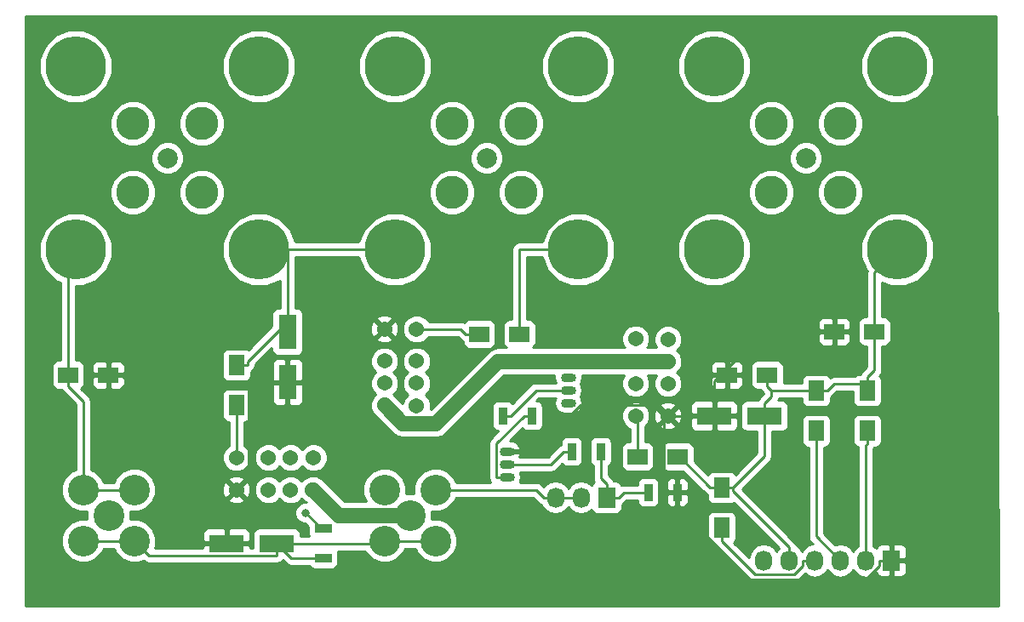
<source format=gtl>
G04 #@! TF.GenerationSoftware,KiCad,Pcbnew,(2017-09-22 revision df472e6)-master*
G04 #@! TF.CreationDate,2018-05-12T20:12:06-07:00*
G04 #@! TF.ProjectId,trswitch,74727377697463682E6B696361645F70,rev?*
G04 #@! TF.SameCoordinates,Original*
G04 #@! TF.FileFunction,Copper,L1,Top,Signal*
G04 #@! TF.FilePolarity,Positive*
%FSLAX46Y46*%
G04 Gerber Fmt 4.6, Leading zero omitted, Abs format (unit mm)*
G04 Created by KiCad (PCBNEW (2017-09-22 revision df472e6)-master) date Sat May 12 20:12:06 2018*
%MOMM*%
%LPD*%
G01*
G04 APERTURE LIST*
%ADD10R,2.000000X1.600000*%
%ADD11R,1.600000X2.000000*%
%ADD12C,1.540000*%
%ADD13R,1.727200X2.032000*%
%ADD14O,1.727200X2.032000*%
%ADD15R,0.900000X1.700000*%
%ADD16O,1.501140X0.899160*%
%ADD17C,3.048000*%
%ADD18R,3.500120X1.800860*%
%ADD19R,1.800860X3.500120*%
%ADD20R,1.700000X0.900000*%
%ADD21C,3.300000*%
%ADD22C,2.000000*%
%ADD23C,6.000000*%
%ADD24C,0.800000*%
%ADD25C,0.250000*%
%ADD26C,1.500000*%
%ADD27C,0.254000*%
G04 APERTURE END LIST*
D10*
X145320000Y-96266000D03*
X149320000Y-96266000D03*
D11*
X183896000Y-101886000D03*
X183896000Y-105886000D03*
D10*
X165068000Y-108458000D03*
X161068000Y-108458000D03*
D11*
X121158000Y-103346000D03*
X121158000Y-99346000D03*
D10*
X180626000Y-96012000D03*
X184626000Y-96012000D03*
D11*
X178816000Y-101886000D03*
X178816000Y-105886000D03*
X169418000Y-115538000D03*
X169418000Y-111538000D03*
D10*
X108426000Y-100330000D03*
X104426000Y-100330000D03*
X169958000Y-100330000D03*
X173958000Y-100330000D03*
D12*
X121158000Y-111760000D03*
X124358000Y-111760000D03*
X126558000Y-111760000D03*
X128758000Y-111760000D03*
X128818000Y-108560000D03*
X126558000Y-108560000D03*
X124358000Y-108560000D03*
X121158000Y-108560000D03*
X164084000Y-104394000D03*
X164084000Y-101194000D03*
X164084000Y-98994000D03*
X164084000Y-96794000D03*
X160884000Y-96734000D03*
X160884000Y-98994000D03*
X160884000Y-101194000D03*
X160884000Y-104394000D03*
X139090000Y-95758000D03*
X139090000Y-98958000D03*
X139090000Y-101158000D03*
X139090000Y-103418000D03*
X135890000Y-103358000D03*
X135890000Y-101158000D03*
X135890000Y-98958000D03*
X135890000Y-95758000D03*
D13*
X157988000Y-112522000D03*
D14*
X155448000Y-112522000D03*
X152908000Y-112522000D03*
D13*
X186300000Y-118800000D03*
D14*
X183760000Y-118800000D03*
X181220000Y-118800000D03*
X178680000Y-118800000D03*
X176140000Y-118800000D03*
X173600000Y-118800000D03*
D15*
X162126000Y-112014000D03*
X165026000Y-112014000D03*
X157406000Y-107950000D03*
X154506000Y-107950000D03*
X147648000Y-104394000D03*
X150548000Y-104394000D03*
D16*
X148082000Y-109220000D03*
X148082000Y-110490000D03*
X148082000Y-107950000D03*
X154178000Y-100584000D03*
X154178000Y-103124000D03*
X154178000Y-101854000D03*
D17*
X110998000Y-111760000D03*
X105918000Y-111760000D03*
X105918000Y-116840000D03*
X110998000Y-116840000D03*
X108458000Y-114300000D03*
X138430000Y-114300000D03*
X140970000Y-116840000D03*
X135890000Y-116840000D03*
X135890000Y-111760000D03*
X140970000Y-111760000D03*
D18*
X168696640Y-104394000D03*
X173695360Y-104394000D03*
D19*
X126238000Y-101051360D03*
X126238000Y-96052640D03*
D18*
X125181360Y-117094000D03*
X120182640Y-117094000D03*
D20*
X129794000Y-118544000D03*
X129794000Y-115644000D03*
D21*
X174370000Y-75310000D03*
D22*
X177800000Y-78740000D03*
D23*
X186918600Y-87858600D03*
X186918600Y-69621400D03*
X168681400Y-87858600D03*
X168681400Y-69621400D03*
D21*
X174370000Y-82170000D03*
X181230000Y-82170000D03*
X181230000Y-75310000D03*
X149480000Y-75310000D03*
X149480000Y-82170000D03*
X142620000Y-82170000D03*
D23*
X136931400Y-69621400D03*
X136931400Y-87858600D03*
X155168600Y-69621400D03*
X155168600Y-87858600D03*
D22*
X146050000Y-78740000D03*
D21*
X142620000Y-75310000D03*
X110870000Y-75310000D03*
D22*
X114300000Y-78740000D03*
D23*
X123418600Y-87858600D03*
X123418600Y-69621400D03*
X105181400Y-87858600D03*
X105181400Y-69621400D03*
D21*
X110870000Y-82170000D03*
X117730000Y-82170000D03*
X117730000Y-75310000D03*
D24*
X128016000Y-114046000D03*
D25*
X143486700Y-95758000D02*
X143994700Y-96266000D01*
X139090000Y-95758000D02*
X143486700Y-95758000D01*
X145320000Y-96266000D02*
X143994700Y-96266000D01*
X172723200Y-120168500D02*
X169418000Y-116863300D01*
X176642700Y-120168500D02*
X172723200Y-120168500D01*
X177491100Y-119320100D02*
X176642700Y-120168500D01*
X177491100Y-118800000D02*
X177491100Y-119320100D01*
X178680000Y-118800000D02*
X177491100Y-118800000D01*
X169418000Y-115538000D02*
X169418000Y-116863300D01*
X129794000Y-118544000D02*
X126631360Y-118544000D01*
X126631360Y-118544000D02*
X125181360Y-117094000D01*
X135636000Y-117094000D02*
X135890000Y-116840000D01*
X125181400Y-117094000D02*
X135636000Y-117094000D01*
X135890000Y-116840000D02*
X140970000Y-116840000D01*
X105918000Y-116840000D02*
X110998000Y-116840000D01*
X112477700Y-118319700D02*
X125181400Y-118319700D01*
X110998000Y-116840000D02*
X112477700Y-118319700D01*
X125181400Y-117094000D02*
X125181400Y-118319700D01*
X165068000Y-108458000D02*
X165068000Y-108677100D01*
X149320000Y-96266000D02*
X149320000Y-95140700D01*
X149320000Y-95140700D02*
X149320000Y-87858600D01*
X149320000Y-87858600D02*
X155168600Y-87858600D01*
X126238000Y-87858600D02*
X126238000Y-93977200D01*
X123418600Y-87858600D02*
X126238000Y-87858600D01*
X126238000Y-87858600D02*
X136931400Y-87858600D01*
X126238000Y-96052600D02*
X126238000Y-95014900D01*
X126238000Y-95014900D02*
X126238000Y-93977200D01*
X122283300Y-98969600D02*
X122283300Y-99346000D01*
X126238000Y-95014900D02*
X122283300Y-98969600D01*
X121158000Y-99346000D02*
X122283300Y-99346000D01*
X150957100Y-111760000D02*
X151719100Y-112522000D01*
X140970000Y-111760000D02*
X150957100Y-111760000D01*
X152908000Y-112522000D02*
X151719100Y-112522000D01*
X165431800Y-108677100D02*
X168292700Y-111538000D01*
X165068000Y-108677100D02*
X165431800Y-108677100D01*
X169418000Y-111538000D02*
X168292700Y-111538000D01*
X173958000Y-100330000D02*
X173958000Y-101455300D01*
X174388700Y-101886000D02*
X173958000Y-101455300D01*
X184626000Y-99830700D02*
X183896000Y-100560700D01*
X184626000Y-96012000D02*
X184626000Y-99830700D01*
X186918600Y-87858600D02*
X184626000Y-90151200D01*
X184626000Y-90151200D02*
X184626000Y-96012000D01*
X104426000Y-88614000D02*
X105181400Y-87858600D01*
X104426000Y-100330000D02*
X104426000Y-88614000D01*
X105918000Y-111760000D02*
X110998000Y-111760000D01*
X105918000Y-102947300D02*
X104426000Y-101455300D01*
X105918000Y-111760000D02*
X105918000Y-102947300D01*
X104426000Y-100330000D02*
X104426000Y-101455300D01*
X152908000Y-112522000D02*
X155448000Y-112522000D01*
X170543300Y-111862000D02*
X170543300Y-111538000D01*
X176140000Y-117458700D02*
X170543300Y-111862000D01*
X176140000Y-118800000D02*
X176140000Y-117458700D01*
X169418000Y-111538000D02*
X170543300Y-111538000D01*
X183896000Y-101886000D02*
X183896000Y-101223300D01*
X183896000Y-101223300D02*
X183896000Y-100560700D01*
X180604000Y-101223300D02*
X179941300Y-101886000D01*
X183896000Y-101223300D02*
X180604000Y-101223300D01*
X178816000Y-101886000D02*
X179941300Y-101886000D01*
X178816000Y-101886000D02*
X174388700Y-101886000D01*
X174388700Y-102475000D02*
X173695400Y-103168300D01*
X174388700Y-101886000D02*
X174388700Y-102475000D01*
X173695400Y-108385900D02*
X170543300Y-111538000D01*
X173695400Y-104394000D02*
X173695400Y-108385900D01*
X173695400Y-104394000D02*
X173695400Y-103168300D01*
X183760000Y-107347300D02*
X183896000Y-107211300D01*
X183760000Y-118800000D02*
X183760000Y-107347300D01*
X183896000Y-105886000D02*
X183896000Y-107211300D01*
X161068000Y-104578000D02*
X160884000Y-104394000D01*
X161068000Y-108458000D02*
X161068000Y-104578000D01*
X178816000Y-116396000D02*
X178816000Y-105886000D01*
X181220000Y-118800000D02*
X178816000Y-116396000D01*
X121158000Y-108560000D02*
X121158000Y-103346000D01*
X186300000Y-118800000D02*
X185111100Y-118800000D01*
X130596600Y-101051400D02*
X126238000Y-101051400D01*
X135890000Y-95758000D02*
X130596600Y-101051400D01*
X108426000Y-100330000D02*
X109751300Y-100330000D01*
X122358000Y-110560000D02*
X122358000Y-101051400D01*
X121158000Y-111760000D02*
X122358000Y-110560000D01*
X126238000Y-101051400D02*
X122358000Y-101051400D01*
X110472700Y-101051400D02*
X109751300Y-100330000D01*
X122358000Y-101051400D02*
X110472700Y-101051400D01*
X169958000Y-100330000D02*
X169295400Y-100330000D01*
X173613400Y-96012000D02*
X180626000Y-96012000D01*
X169295400Y-100330000D02*
X173613400Y-96012000D01*
X165026000Y-113477000D02*
X165026000Y-112014000D01*
X172231800Y-120682800D02*
X165026000Y-113477000D01*
X183748400Y-120682800D02*
X172231800Y-120682800D01*
X185111100Y-119320100D02*
X183748400Y-120682800D01*
X185111100Y-118800000D02*
X185111100Y-119320100D01*
X164084000Y-104394000D02*
X168696600Y-104394000D01*
X168696600Y-100928800D02*
X169295400Y-100330000D01*
X168696600Y-104394000D02*
X168696600Y-100928800D01*
X120182600Y-112735400D02*
X121158000Y-111760000D01*
X120182600Y-117094000D02*
X120182600Y-112735400D01*
X165026000Y-112014000D02*
X164250700Y-112014000D01*
X163704000Y-111467300D02*
X164250700Y-112014000D01*
X163704000Y-104394000D02*
X163704000Y-111467300D01*
X162604000Y-103294000D02*
X163704000Y-104394000D01*
X155405000Y-103294000D02*
X162604000Y-103294000D01*
X150749000Y-107950000D02*
X155405000Y-103294000D01*
X148082000Y-107950000D02*
X150749000Y-107950000D01*
X163704000Y-104394000D02*
X164084000Y-104394000D01*
D26*
X128818000Y-111760000D02*
X128758000Y-111760000D01*
X131358000Y-114300000D02*
X128818000Y-111760000D01*
X138430000Y-114300000D02*
X131358000Y-114300000D01*
X164084000Y-98994000D02*
X160884000Y-98994000D01*
X147185900Y-98994000D02*
X160884000Y-98994000D01*
X141023100Y-105156800D02*
X147185900Y-98994000D01*
X137688800Y-105156800D02*
X141023100Y-105156800D01*
X135890000Y-103358000D02*
X137688800Y-105156800D01*
D25*
X157406000Y-110598700D02*
X157988000Y-111180700D01*
X157406000Y-107950000D02*
X157406000Y-110598700D01*
X157988000Y-112522000D02*
X157988000Y-111180700D01*
X159684900Y-112014000D02*
X159176900Y-112522000D01*
X162126000Y-112014000D02*
X159684900Y-112014000D01*
X157988000Y-112522000D02*
X159176900Y-112522000D01*
X152460700Y-109220000D02*
X153730700Y-107950000D01*
X148082000Y-109220000D02*
X152460700Y-109220000D01*
X154506000Y-107950000D02*
X153730700Y-107950000D01*
X148082000Y-110490000D02*
X147006100Y-110490000D01*
X150548000Y-104394000D02*
X149772700Y-104394000D01*
X147006100Y-107160600D02*
X147006100Y-110490000D01*
X149772700Y-104394000D02*
X147006100Y-107160600D01*
X150963300Y-101854000D02*
X148423300Y-104394000D01*
X154178000Y-101854000D02*
X150963300Y-101854000D01*
X147648000Y-104394000D02*
X148423300Y-104394000D01*
X129794000Y-115644000D02*
X129614000Y-115644000D01*
X129614000Y-115644000D02*
X128016000Y-114046000D01*
D27*
G36*
X196976451Y-123317000D02*
X100203000Y-123317000D01*
X100203000Y-88578474D01*
X101545770Y-88578474D01*
X102098000Y-89914972D01*
X103119649Y-90938406D01*
X103666000Y-91165271D01*
X103666000Y-98882560D01*
X103426000Y-98882560D01*
X103178235Y-98931843D01*
X102968191Y-99072191D01*
X102827843Y-99282235D01*
X102778560Y-99530000D01*
X102778560Y-101130000D01*
X102827843Y-101377765D01*
X102968191Y-101587809D01*
X103178235Y-101728157D01*
X103426000Y-101777440D01*
X103744767Y-101777440D01*
X103888599Y-101992701D01*
X105158000Y-103262102D01*
X105158000Y-109737985D01*
X104696623Y-109928622D01*
X104088756Y-110535428D01*
X103759376Y-111328664D01*
X103758626Y-112187567D01*
X104086622Y-112981377D01*
X104693428Y-113589244D01*
X105486664Y-113918624D01*
X106299332Y-113919334D01*
X106298666Y-114681332D01*
X105490433Y-114680626D01*
X104696623Y-115008622D01*
X104088756Y-115615428D01*
X103759376Y-116408664D01*
X103758626Y-117267567D01*
X104086622Y-118061377D01*
X104693428Y-118669244D01*
X105486664Y-118998624D01*
X106345567Y-118999374D01*
X107139377Y-118671378D01*
X107747244Y-118064572D01*
X107940151Y-117600000D01*
X108975985Y-117600000D01*
X109166622Y-118061377D01*
X109773428Y-118669244D01*
X110566664Y-118998624D01*
X111425567Y-118999374D01*
X111890475Y-118807277D01*
X111940299Y-118857101D01*
X112186861Y-119021848D01*
X112477700Y-119079700D01*
X125181400Y-119079700D01*
X125472239Y-119021848D01*
X125718801Y-118857101D01*
X125779226Y-118766668D01*
X126093959Y-119081401D01*
X126340521Y-119246148D01*
X126631360Y-119304000D01*
X128387427Y-119304000D01*
X128486191Y-119451809D01*
X128696235Y-119592157D01*
X128944000Y-119641440D01*
X130644000Y-119641440D01*
X130891765Y-119592157D01*
X131101809Y-119451809D01*
X131242157Y-119241765D01*
X131291440Y-118994000D01*
X131291440Y-118094000D01*
X131243702Y-117854000D01*
X133972935Y-117854000D01*
X134058622Y-118061377D01*
X134665428Y-118669244D01*
X135458664Y-118998624D01*
X136317567Y-118999374D01*
X137111377Y-118671378D01*
X137719244Y-118064572D01*
X137912151Y-117600000D01*
X138947985Y-117600000D01*
X139138622Y-118061377D01*
X139745428Y-118669244D01*
X140538664Y-118998624D01*
X141397567Y-118999374D01*
X142191377Y-118671378D01*
X142799244Y-118064572D01*
X143128624Y-117271336D01*
X143129374Y-116412433D01*
X142801378Y-115618623D01*
X142194572Y-115010756D01*
X141401336Y-114681376D01*
X140588668Y-114680666D01*
X140589334Y-113918668D01*
X141397567Y-113919374D01*
X142191377Y-113591378D01*
X142799244Y-112984572D01*
X142992151Y-112520000D01*
X150642298Y-112520000D01*
X151181699Y-113059401D01*
X151428261Y-113224148D01*
X151515781Y-113241557D01*
X151523474Y-113280234D01*
X151848330Y-113766415D01*
X152334511Y-114091271D01*
X152908000Y-114205345D01*
X153481489Y-114091271D01*
X153967670Y-113766415D01*
X154178000Y-113451634D01*
X154388330Y-113766415D01*
X154874511Y-114091271D01*
X155448000Y-114205345D01*
X156021489Y-114091271D01*
X156507670Y-113766415D01*
X156519016Y-113749434D01*
X156526243Y-113785765D01*
X156666591Y-113995809D01*
X156876635Y-114136157D01*
X157124400Y-114185440D01*
X158851600Y-114185440D01*
X159099365Y-114136157D01*
X159309409Y-113995809D01*
X159449757Y-113785765D01*
X159499040Y-113538000D01*
X159499040Y-113203233D01*
X159714301Y-113059401D01*
X159999702Y-112774000D01*
X161028560Y-112774000D01*
X161028560Y-112864000D01*
X161077843Y-113111765D01*
X161218191Y-113321809D01*
X161428235Y-113462157D01*
X161676000Y-113511440D01*
X162576000Y-113511440D01*
X162823765Y-113462157D01*
X163033809Y-113321809D01*
X163174157Y-113111765D01*
X163223440Y-112864000D01*
X163223440Y-112299750D01*
X163941000Y-112299750D01*
X163941000Y-112990310D01*
X164037673Y-113223699D01*
X164216302Y-113402327D01*
X164449691Y-113499000D01*
X164740250Y-113499000D01*
X164899000Y-113340250D01*
X164899000Y-112141000D01*
X165153000Y-112141000D01*
X165153000Y-113340250D01*
X165311750Y-113499000D01*
X165602309Y-113499000D01*
X165835698Y-113402327D01*
X166014327Y-113223699D01*
X166111000Y-112990310D01*
X166111000Y-112299750D01*
X165952250Y-112141000D01*
X165153000Y-112141000D01*
X164899000Y-112141000D01*
X164099750Y-112141000D01*
X163941000Y-112299750D01*
X163223440Y-112299750D01*
X163223440Y-111164000D01*
X163198316Y-111037690D01*
X163941000Y-111037690D01*
X163941000Y-111728250D01*
X164099750Y-111887000D01*
X164899000Y-111887000D01*
X164899000Y-110687750D01*
X165153000Y-110687750D01*
X165153000Y-111887000D01*
X165952250Y-111887000D01*
X166111000Y-111728250D01*
X166111000Y-111037690D01*
X166014327Y-110804301D01*
X165835698Y-110625673D01*
X165602309Y-110529000D01*
X165311750Y-110529000D01*
X165153000Y-110687750D01*
X164899000Y-110687750D01*
X164740250Y-110529000D01*
X164449691Y-110529000D01*
X164216302Y-110625673D01*
X164037673Y-110804301D01*
X163941000Y-111037690D01*
X163198316Y-111037690D01*
X163174157Y-110916235D01*
X163033809Y-110706191D01*
X162823765Y-110565843D01*
X162576000Y-110516560D01*
X161676000Y-110516560D01*
X161428235Y-110565843D01*
X161218191Y-110706191D01*
X161077843Y-110916235D01*
X161028560Y-111164000D01*
X161028560Y-111254000D01*
X159684900Y-111254000D01*
X159457896Y-111299154D01*
X159449757Y-111258235D01*
X159309409Y-111048191D01*
X159099365Y-110907843D01*
X158851600Y-110858560D01*
X158669234Y-110858560D01*
X158525401Y-110643299D01*
X158166000Y-110283898D01*
X158166000Y-109356573D01*
X158313809Y-109257809D01*
X158454157Y-109047765D01*
X158503440Y-108800000D01*
X158503440Y-107658000D01*
X159420560Y-107658000D01*
X159420560Y-109258000D01*
X159469843Y-109505765D01*
X159610191Y-109715809D01*
X159820235Y-109856157D01*
X160068000Y-109905440D01*
X162068000Y-109905440D01*
X162315765Y-109856157D01*
X162525809Y-109715809D01*
X162666157Y-109505765D01*
X162715440Y-109258000D01*
X162715440Y-107658000D01*
X163420560Y-107658000D01*
X163420560Y-109258000D01*
X163469843Y-109505765D01*
X163610191Y-109715809D01*
X163820235Y-109856157D01*
X164068000Y-109905440D01*
X165585338Y-109905440D01*
X167755299Y-112075401D01*
X167970560Y-112219233D01*
X167970560Y-112538000D01*
X168019843Y-112785765D01*
X168160191Y-112995809D01*
X168370235Y-113136157D01*
X168618000Y-113185440D01*
X170218000Y-113185440D01*
X170465765Y-113136157D01*
X170631748Y-113025250D01*
X175129337Y-117522839D01*
X175080330Y-117555585D01*
X174870000Y-117870366D01*
X174659670Y-117555585D01*
X174173489Y-117230729D01*
X173600000Y-117116655D01*
X173026511Y-117230729D01*
X172540330Y-117555585D01*
X172215474Y-118041766D01*
X172125184Y-118495682D01*
X170645538Y-117016036D01*
X170675809Y-116995809D01*
X170816157Y-116785765D01*
X170865440Y-116538000D01*
X170865440Y-114538000D01*
X170816157Y-114290235D01*
X170675809Y-114080191D01*
X170465765Y-113939843D01*
X170218000Y-113890560D01*
X168618000Y-113890560D01*
X168370235Y-113939843D01*
X168160191Y-114080191D01*
X168019843Y-114290235D01*
X167970560Y-114538000D01*
X167970560Y-116538000D01*
X168019843Y-116785765D01*
X168160191Y-116995809D01*
X168370235Y-117136157D01*
X168618000Y-117185440D01*
X168736767Y-117185440D01*
X168880599Y-117400701D01*
X172185799Y-120705901D01*
X172432361Y-120870648D01*
X172723200Y-120928500D01*
X176642700Y-120928500D01*
X176933539Y-120870648D01*
X177180101Y-120705901D01*
X177752964Y-120133038D01*
X178106511Y-120369271D01*
X178680000Y-120483345D01*
X179253489Y-120369271D01*
X179739670Y-120044415D01*
X179950000Y-119729634D01*
X180160330Y-120044415D01*
X180646511Y-120369271D01*
X181220000Y-120483345D01*
X181793489Y-120369271D01*
X182279670Y-120044415D01*
X182490000Y-119729634D01*
X182700330Y-120044415D01*
X183186511Y-120369271D01*
X183760000Y-120483345D01*
X184333489Y-120369271D01*
X184819670Y-120044415D01*
X184834500Y-120022220D01*
X184898073Y-120175699D01*
X185076702Y-120354327D01*
X185310091Y-120451000D01*
X186014250Y-120451000D01*
X186173000Y-120292250D01*
X186173000Y-118927000D01*
X186427000Y-118927000D01*
X186427000Y-120292250D01*
X186585750Y-120451000D01*
X187289909Y-120451000D01*
X187523298Y-120354327D01*
X187701927Y-120175699D01*
X187798600Y-119942310D01*
X187798600Y-119085750D01*
X187639850Y-118927000D01*
X186427000Y-118927000D01*
X186173000Y-118927000D01*
X186153000Y-118927000D01*
X186153000Y-118673000D01*
X186173000Y-118673000D01*
X186173000Y-117307750D01*
X186427000Y-117307750D01*
X186427000Y-118673000D01*
X187639850Y-118673000D01*
X187798600Y-118514250D01*
X187798600Y-117657690D01*
X187701927Y-117424301D01*
X187523298Y-117245673D01*
X187289909Y-117149000D01*
X186585750Y-117149000D01*
X186427000Y-117307750D01*
X186173000Y-117307750D01*
X186014250Y-117149000D01*
X185310091Y-117149000D01*
X185076702Y-117245673D01*
X184898073Y-117424301D01*
X184834500Y-117577780D01*
X184819670Y-117555585D01*
X184520000Y-117355352D01*
X184520000Y-107619096D01*
X184577233Y-107533440D01*
X184696000Y-107533440D01*
X184943765Y-107484157D01*
X185153809Y-107343809D01*
X185294157Y-107133765D01*
X185343440Y-106886000D01*
X185343440Y-104886000D01*
X185294157Y-104638235D01*
X185153809Y-104428191D01*
X184943765Y-104287843D01*
X184696000Y-104238560D01*
X183096000Y-104238560D01*
X182848235Y-104287843D01*
X182638191Y-104428191D01*
X182497843Y-104638235D01*
X182448560Y-104886000D01*
X182448560Y-106886000D01*
X182497843Y-107133765D01*
X182638191Y-107343809D01*
X182848235Y-107484157D01*
X183000000Y-107514345D01*
X183000000Y-117355352D01*
X182700330Y-117555585D01*
X182490000Y-117870366D01*
X182279670Y-117555585D01*
X181793489Y-117230729D01*
X181220000Y-117116655D01*
X180712421Y-117217619D01*
X179576000Y-116081198D01*
X179576000Y-107533440D01*
X179616000Y-107533440D01*
X179863765Y-107484157D01*
X180073809Y-107343809D01*
X180214157Y-107133765D01*
X180263440Y-106886000D01*
X180263440Y-104886000D01*
X180214157Y-104638235D01*
X180073809Y-104428191D01*
X179863765Y-104287843D01*
X179616000Y-104238560D01*
X178016000Y-104238560D01*
X177768235Y-104287843D01*
X177558191Y-104428191D01*
X177417843Y-104638235D01*
X177368560Y-104886000D01*
X177368560Y-106886000D01*
X177417843Y-107133765D01*
X177558191Y-107343809D01*
X177768235Y-107484157D01*
X178016000Y-107533440D01*
X178056000Y-107533440D01*
X178056000Y-116396000D01*
X178113852Y-116686839D01*
X178278599Y-116933401D01*
X178498046Y-117152848D01*
X178106511Y-117230729D01*
X177620330Y-117555585D01*
X177410000Y-117870366D01*
X177199670Y-117555585D01*
X176876291Y-117339510D01*
X176842148Y-117167861D01*
X176677401Y-116921299D01*
X171456102Y-111700000D01*
X174232801Y-108923301D01*
X174397548Y-108676739D01*
X174455400Y-108385900D01*
X174455400Y-105941870D01*
X175445420Y-105941870D01*
X175693185Y-105892587D01*
X175903229Y-105752239D01*
X176043577Y-105542195D01*
X176092860Y-105294430D01*
X176092860Y-103493570D01*
X176043577Y-103245805D01*
X175903229Y-103035761D01*
X175693185Y-102895413D01*
X175445420Y-102846130D01*
X175037200Y-102846130D01*
X175090848Y-102765840D01*
X175114686Y-102646000D01*
X177368560Y-102646000D01*
X177368560Y-102886000D01*
X177417843Y-103133765D01*
X177558191Y-103343809D01*
X177768235Y-103484157D01*
X178016000Y-103533440D01*
X179616000Y-103533440D01*
X179863765Y-103484157D01*
X180073809Y-103343809D01*
X180214157Y-103133765D01*
X180263440Y-102886000D01*
X180263440Y-102567233D01*
X180478701Y-102423401D01*
X180918802Y-101983300D01*
X182448560Y-101983300D01*
X182448560Y-102886000D01*
X182497843Y-103133765D01*
X182638191Y-103343809D01*
X182848235Y-103484157D01*
X183096000Y-103533440D01*
X184696000Y-103533440D01*
X184943765Y-103484157D01*
X185153809Y-103343809D01*
X185294157Y-103133765D01*
X185343440Y-102886000D01*
X185343440Y-100886000D01*
X185294157Y-100638235D01*
X185153809Y-100428191D01*
X185123538Y-100407964D01*
X185163401Y-100368101D01*
X185328148Y-100121539D01*
X185386000Y-99830700D01*
X185386000Y-97459440D01*
X185626000Y-97459440D01*
X185873765Y-97410157D01*
X186083809Y-97269809D01*
X186224157Y-97059765D01*
X186273440Y-96812000D01*
X186273440Y-95212000D01*
X186224157Y-94964235D01*
X186083809Y-94754191D01*
X185873765Y-94613843D01*
X185626000Y-94564560D01*
X185386000Y-94564560D01*
X185386000Y-91158129D01*
X186192382Y-91492968D01*
X187638474Y-91494230D01*
X188974972Y-90942000D01*
X189998406Y-89920351D01*
X190552968Y-88584818D01*
X190554230Y-87138726D01*
X190002000Y-85802228D01*
X188980351Y-84778794D01*
X187644818Y-84224232D01*
X186198726Y-84222970D01*
X184862228Y-84775200D01*
X183838794Y-85796849D01*
X183284232Y-87132382D01*
X183282970Y-88578474D01*
X183835200Y-89914972D01*
X183900064Y-89979949D01*
X183866000Y-90151200D01*
X183866000Y-94564560D01*
X183626000Y-94564560D01*
X183378235Y-94613843D01*
X183168191Y-94754191D01*
X183027843Y-94964235D01*
X182978560Y-95212000D01*
X182978560Y-96812000D01*
X183027843Y-97059765D01*
X183168191Y-97269809D01*
X183378235Y-97410157D01*
X183626000Y-97459440D01*
X183866000Y-97459440D01*
X183866000Y-99515898D01*
X183358599Y-100023299D01*
X183214767Y-100238560D01*
X183096000Y-100238560D01*
X182848235Y-100287843D01*
X182638191Y-100428191D01*
X182614732Y-100463300D01*
X180604000Y-100463300D01*
X180313160Y-100521152D01*
X180190630Y-100603024D01*
X180073809Y-100428191D01*
X179863765Y-100287843D01*
X179616000Y-100238560D01*
X178016000Y-100238560D01*
X177768235Y-100287843D01*
X177558191Y-100428191D01*
X177417843Y-100638235D01*
X177368560Y-100886000D01*
X177368560Y-101126000D01*
X175605440Y-101126000D01*
X175605440Y-99530000D01*
X175556157Y-99282235D01*
X175415809Y-99072191D01*
X175205765Y-98931843D01*
X174958000Y-98882560D01*
X172958000Y-98882560D01*
X172710235Y-98931843D01*
X172500191Y-99072191D01*
X172359843Y-99282235D01*
X172310560Y-99530000D01*
X172310560Y-101130000D01*
X172359843Y-101377765D01*
X172500191Y-101587809D01*
X172710235Y-101728157D01*
X172958000Y-101777440D01*
X173276767Y-101777440D01*
X173420599Y-101992701D01*
X173608398Y-102180500D01*
X173157999Y-102630899D01*
X173014187Y-102846130D01*
X171945300Y-102846130D01*
X171697535Y-102895413D01*
X171487491Y-103035761D01*
X171347143Y-103245805D01*
X171297860Y-103493570D01*
X171297860Y-105294430D01*
X171347143Y-105542195D01*
X171487491Y-105752239D01*
X171697535Y-105892587D01*
X171945300Y-105941870D01*
X172935400Y-105941870D01*
X172935400Y-108071098D01*
X170776145Y-110230353D01*
X170675809Y-110080191D01*
X170465765Y-109939843D01*
X170218000Y-109890560D01*
X168618000Y-109890560D01*
X168370235Y-109939843D01*
X168160191Y-110080191D01*
X168059855Y-110230353D01*
X166715440Y-108885938D01*
X166715440Y-107658000D01*
X166666157Y-107410235D01*
X166525809Y-107200191D01*
X166315765Y-107059843D01*
X166068000Y-107010560D01*
X164068000Y-107010560D01*
X163820235Y-107059843D01*
X163610191Y-107200191D01*
X163469843Y-107410235D01*
X163420560Y-107658000D01*
X162715440Y-107658000D01*
X162666157Y-107410235D01*
X162525809Y-107200191D01*
X162315765Y-107059843D01*
X162068000Y-107010560D01*
X161828000Y-107010560D01*
X161828000Y-105436885D01*
X161884974Y-105380010D01*
X163277595Y-105380010D01*
X163348043Y-105623023D01*
X163874390Y-105811108D01*
X164432650Y-105783451D01*
X164819957Y-105623023D01*
X164890405Y-105380010D01*
X164084000Y-104573605D01*
X163277595Y-105380010D01*
X161884974Y-105380010D01*
X162074407Y-105190908D01*
X162288756Y-104674698D01*
X162289184Y-104184390D01*
X162666892Y-104184390D01*
X162694549Y-104742650D01*
X162854977Y-105129957D01*
X163097990Y-105200405D01*
X163904395Y-104394000D01*
X164263605Y-104394000D01*
X165070010Y-105200405D01*
X165313023Y-105129957D01*
X165473900Y-104679750D01*
X166311580Y-104679750D01*
X166311580Y-105420740D01*
X166408253Y-105654129D01*
X166586882Y-105832757D01*
X166820271Y-105929430D01*
X168410890Y-105929430D01*
X168569640Y-105770680D01*
X168569640Y-104521000D01*
X168823640Y-104521000D01*
X168823640Y-105770680D01*
X168982390Y-105929430D01*
X170573009Y-105929430D01*
X170806398Y-105832757D01*
X170985027Y-105654129D01*
X171081700Y-105420740D01*
X171081700Y-104679750D01*
X170922950Y-104521000D01*
X168823640Y-104521000D01*
X168569640Y-104521000D01*
X166470330Y-104521000D01*
X166311580Y-104679750D01*
X165473900Y-104679750D01*
X165501108Y-104603610D01*
X165473451Y-104045350D01*
X165313023Y-103658043D01*
X165070010Y-103587595D01*
X164263605Y-104394000D01*
X163904395Y-104394000D01*
X163097990Y-103587595D01*
X162854977Y-103658043D01*
X162666892Y-104184390D01*
X162289184Y-104184390D01*
X162289244Y-104115754D01*
X162075796Y-103599171D01*
X161884949Y-103407990D01*
X163277595Y-103407990D01*
X164084000Y-104214395D01*
X164890405Y-103407990D01*
X164878598Y-103367260D01*
X166311580Y-103367260D01*
X166311580Y-104108250D01*
X166470330Y-104267000D01*
X168569640Y-104267000D01*
X168569640Y-103017320D01*
X168823640Y-103017320D01*
X168823640Y-104267000D01*
X170922950Y-104267000D01*
X171081700Y-104108250D01*
X171081700Y-103367260D01*
X170985027Y-103133871D01*
X170806398Y-102955243D01*
X170573009Y-102858570D01*
X168982390Y-102858570D01*
X168823640Y-103017320D01*
X168569640Y-103017320D01*
X168410890Y-102858570D01*
X166820271Y-102858570D01*
X166586882Y-102955243D01*
X166408253Y-103133871D01*
X166311580Y-103367260D01*
X164878598Y-103367260D01*
X164819957Y-103164977D01*
X164293610Y-102976892D01*
X163735350Y-103004549D01*
X163348043Y-103164977D01*
X163277595Y-103407990D01*
X161884949Y-103407990D01*
X161680908Y-103203593D01*
X161164698Y-102989244D01*
X160605754Y-102988756D01*
X160089171Y-103202204D01*
X159693593Y-103597092D01*
X159479244Y-104113302D01*
X159478756Y-104672246D01*
X159692204Y-105188829D01*
X160087092Y-105584407D01*
X160308000Y-105676136D01*
X160308000Y-107010560D01*
X160068000Y-107010560D01*
X159820235Y-107059843D01*
X159610191Y-107200191D01*
X159469843Y-107410235D01*
X159420560Y-107658000D01*
X158503440Y-107658000D01*
X158503440Y-107100000D01*
X158454157Y-106852235D01*
X158313809Y-106642191D01*
X158103765Y-106501843D01*
X157856000Y-106452560D01*
X156956000Y-106452560D01*
X156708235Y-106501843D01*
X156498191Y-106642191D01*
X156357843Y-106852235D01*
X156308560Y-107100000D01*
X156308560Y-108800000D01*
X156357843Y-109047765D01*
X156498191Y-109257809D01*
X156646000Y-109356573D01*
X156646000Y-110598700D01*
X156703852Y-110889539D01*
X156765638Y-110982009D01*
X156666591Y-111048191D01*
X156526243Y-111258235D01*
X156519016Y-111294566D01*
X156507670Y-111277585D01*
X156021489Y-110952729D01*
X155448000Y-110838655D01*
X154874511Y-110952729D01*
X154388330Y-111277585D01*
X154178000Y-111592366D01*
X153967670Y-111277585D01*
X153481489Y-110952729D01*
X152908000Y-110838655D01*
X152334511Y-110952729D01*
X151848330Y-111277585D01*
X151728630Y-111456728D01*
X151494501Y-111222599D01*
X151247939Y-111057852D01*
X150957100Y-111000000D01*
X149348713Y-111000000D01*
X149412156Y-110905051D01*
X149494715Y-110490000D01*
X149412156Y-110074949D01*
X149348713Y-109980000D01*
X152460700Y-109980000D01*
X152751539Y-109922148D01*
X152998101Y-109757401D01*
X153557937Y-109197565D01*
X153598191Y-109257809D01*
X153808235Y-109398157D01*
X154056000Y-109447440D01*
X154956000Y-109447440D01*
X155203765Y-109398157D01*
X155413809Y-109257809D01*
X155554157Y-109047765D01*
X155603440Y-108800000D01*
X155603440Y-107100000D01*
X155554157Y-106852235D01*
X155413809Y-106642191D01*
X155203765Y-106501843D01*
X154956000Y-106452560D01*
X154056000Y-106452560D01*
X153808235Y-106501843D01*
X153598191Y-106642191D01*
X153457843Y-106852235D01*
X153408560Y-107100000D01*
X153408560Y-107268766D01*
X153193299Y-107412599D01*
X152145898Y-108460000D01*
X149321381Y-108460000D01*
X149426981Y-108243935D01*
X149300068Y-108077000D01*
X148209000Y-108077000D01*
X148209000Y-108097000D01*
X147955000Y-108097000D01*
X147955000Y-108077000D01*
X147935000Y-108077000D01*
X147935000Y-107823000D01*
X147955000Y-107823000D01*
X147955000Y-107803000D01*
X148209000Y-107803000D01*
X148209000Y-107823000D01*
X149300068Y-107823000D01*
X149426981Y-107656065D01*
X149239706Y-107272889D01*
X148915373Y-106996580D01*
X148509990Y-106865420D01*
X148376082Y-106865420D01*
X149599937Y-105641565D01*
X149640191Y-105701809D01*
X149850235Y-105842157D01*
X150098000Y-105891440D01*
X150998000Y-105891440D01*
X151245765Y-105842157D01*
X151455809Y-105701809D01*
X151596157Y-105491765D01*
X151645440Y-105244000D01*
X151645440Y-103544000D01*
X151596157Y-103296235D01*
X151455809Y-103086191D01*
X151245765Y-102945843D01*
X150998000Y-102896560D01*
X150995542Y-102896560D01*
X151278102Y-102614000D01*
X152911287Y-102614000D01*
X152847844Y-102708949D01*
X152765285Y-103124000D01*
X152847844Y-103539051D01*
X153082951Y-103890914D01*
X153434814Y-104126021D01*
X153849865Y-104208580D01*
X154506135Y-104208580D01*
X154921186Y-104126021D01*
X155273049Y-103890914D01*
X155508156Y-103539051D01*
X155590715Y-103124000D01*
X155508156Y-102708949D01*
X155361191Y-102489000D01*
X155508156Y-102269051D01*
X155590715Y-101854000D01*
X155508156Y-101438949D01*
X155361191Y-101219000D01*
X155508156Y-100999051D01*
X155590715Y-100584000D01*
X155549938Y-100379000D01*
X159711717Y-100379000D01*
X159693593Y-100397092D01*
X159479244Y-100913302D01*
X159478756Y-101472246D01*
X159692204Y-101988829D01*
X160087092Y-102384407D01*
X160603302Y-102598756D01*
X161162246Y-102599244D01*
X161678829Y-102385796D01*
X162074407Y-101990908D01*
X162288756Y-101474698D01*
X162289244Y-100915754D01*
X162075796Y-100399171D01*
X162055660Y-100379000D01*
X162911717Y-100379000D01*
X162893593Y-100397092D01*
X162679244Y-100913302D01*
X162678756Y-101472246D01*
X162892204Y-101988829D01*
X163287092Y-102384407D01*
X163803302Y-102598756D01*
X164362246Y-102599244D01*
X164878829Y-102385796D01*
X165274407Y-101990908D01*
X165488756Y-101474698D01*
X165489244Y-100915754D01*
X165365285Y-100615750D01*
X168323000Y-100615750D01*
X168323000Y-101256310D01*
X168419673Y-101489699D01*
X168598302Y-101668327D01*
X168831691Y-101765000D01*
X169672250Y-101765000D01*
X169831000Y-101606250D01*
X169831000Y-100457000D01*
X170085000Y-100457000D01*
X170085000Y-101606250D01*
X170243750Y-101765000D01*
X171084309Y-101765000D01*
X171317698Y-101668327D01*
X171496327Y-101489699D01*
X171593000Y-101256310D01*
X171593000Y-100615750D01*
X171434250Y-100457000D01*
X170085000Y-100457000D01*
X169831000Y-100457000D01*
X168481750Y-100457000D01*
X168323000Y-100615750D01*
X165365285Y-100615750D01*
X165275796Y-100399171D01*
X164970972Y-100093814D01*
X165274407Y-99790908D01*
X165435193Y-99403690D01*
X168323000Y-99403690D01*
X168323000Y-100044250D01*
X168481750Y-100203000D01*
X169831000Y-100203000D01*
X169831000Y-99053750D01*
X170085000Y-99053750D01*
X170085000Y-100203000D01*
X171434250Y-100203000D01*
X171593000Y-100044250D01*
X171593000Y-99403690D01*
X171496327Y-99170301D01*
X171317698Y-98991673D01*
X171084309Y-98895000D01*
X170243750Y-98895000D01*
X170085000Y-99053750D01*
X169831000Y-99053750D01*
X169672250Y-98895000D01*
X168831691Y-98895000D01*
X168598302Y-98991673D01*
X168419673Y-99170301D01*
X168323000Y-99403690D01*
X165435193Y-99403690D01*
X165488756Y-99274698D01*
X165489244Y-98715754D01*
X165275796Y-98199171D01*
X164970972Y-97893814D01*
X165274407Y-97590908D01*
X165488756Y-97074698D01*
X165489244Y-96515754D01*
X165399167Y-96297750D01*
X178991000Y-96297750D01*
X178991000Y-96938310D01*
X179087673Y-97171699D01*
X179266302Y-97350327D01*
X179499691Y-97447000D01*
X180340250Y-97447000D01*
X180499000Y-97288250D01*
X180499000Y-96139000D01*
X180753000Y-96139000D01*
X180753000Y-97288250D01*
X180911750Y-97447000D01*
X181752309Y-97447000D01*
X181985698Y-97350327D01*
X182164327Y-97171699D01*
X182261000Y-96938310D01*
X182261000Y-96297750D01*
X182102250Y-96139000D01*
X180753000Y-96139000D01*
X180499000Y-96139000D01*
X179149750Y-96139000D01*
X178991000Y-96297750D01*
X165399167Y-96297750D01*
X165275796Y-95999171D01*
X164880908Y-95603593D01*
X164364698Y-95389244D01*
X163805754Y-95388756D01*
X163289171Y-95602204D01*
X162893593Y-95997092D01*
X162679244Y-96513302D01*
X162678756Y-97072246D01*
X162892204Y-97588829D01*
X162912340Y-97609000D01*
X161996179Y-97609000D01*
X162074407Y-97530908D01*
X162288756Y-97014698D01*
X162289244Y-96455754D01*
X162075796Y-95939171D01*
X161680908Y-95543593D01*
X161164698Y-95329244D01*
X160605754Y-95328756D01*
X160089171Y-95542204D01*
X159693593Y-95937092D01*
X159479244Y-96453302D01*
X159478756Y-97012246D01*
X159692204Y-97528829D01*
X159772235Y-97609000D01*
X150650313Y-97609000D01*
X150777809Y-97523809D01*
X150918157Y-97313765D01*
X150967440Y-97066000D01*
X150967440Y-95466000D01*
X150918157Y-95218235D01*
X150829593Y-95085690D01*
X178991000Y-95085690D01*
X178991000Y-95726250D01*
X179149750Y-95885000D01*
X180499000Y-95885000D01*
X180499000Y-94735750D01*
X180753000Y-94735750D01*
X180753000Y-95885000D01*
X182102250Y-95885000D01*
X182261000Y-95726250D01*
X182261000Y-95085690D01*
X182164327Y-94852301D01*
X181985698Y-94673673D01*
X181752309Y-94577000D01*
X180911750Y-94577000D01*
X180753000Y-94735750D01*
X180499000Y-94735750D01*
X180340250Y-94577000D01*
X179499691Y-94577000D01*
X179266302Y-94673673D01*
X179087673Y-94852301D01*
X178991000Y-95085690D01*
X150829593Y-95085690D01*
X150777809Y-95008191D01*
X150567765Y-94867843D01*
X150320000Y-94818560D01*
X150080000Y-94818560D01*
X150080000Y-88618600D01*
X151549550Y-88618600D01*
X152085200Y-89914972D01*
X153106849Y-90938406D01*
X154442382Y-91492968D01*
X155888474Y-91494230D01*
X157224972Y-90942000D01*
X158248406Y-89920351D01*
X158802968Y-88584818D01*
X158802973Y-88578474D01*
X165045770Y-88578474D01*
X165598000Y-89914972D01*
X166619649Y-90938406D01*
X167955182Y-91492968D01*
X169401274Y-91494230D01*
X170737772Y-90942000D01*
X171761206Y-89920351D01*
X172315768Y-88584818D01*
X172317030Y-87138726D01*
X171764800Y-85802228D01*
X170743151Y-84778794D01*
X169407618Y-84224232D01*
X167961526Y-84222970D01*
X166625028Y-84775200D01*
X165601594Y-85796849D01*
X165047032Y-87132382D01*
X165045770Y-88578474D01*
X158802973Y-88578474D01*
X158804230Y-87138726D01*
X158252000Y-85802228D01*
X157230351Y-84778794D01*
X155894818Y-84224232D01*
X154448726Y-84222970D01*
X153112228Y-84775200D01*
X152088794Y-85796849D01*
X151548260Y-87098600D01*
X149320000Y-87098600D01*
X149029161Y-87156452D01*
X148782599Y-87321199D01*
X148617852Y-87567761D01*
X148560000Y-87858600D01*
X148560000Y-94818560D01*
X148320000Y-94818560D01*
X148072235Y-94867843D01*
X147862191Y-95008191D01*
X147721843Y-95218235D01*
X147672560Y-95466000D01*
X147672560Y-97066000D01*
X147721843Y-97313765D01*
X147862191Y-97523809D01*
X147989687Y-97609000D01*
X147185900Y-97609000D01*
X146655883Y-97714427D01*
X146522437Y-97803593D01*
X146206557Y-98014657D01*
X140475044Y-103746170D01*
X140494756Y-103698698D01*
X140495244Y-103139754D01*
X140281796Y-102623171D01*
X139946972Y-102287762D01*
X140280407Y-101954908D01*
X140494756Y-101438698D01*
X140495244Y-100879754D01*
X140281796Y-100363171D01*
X139976972Y-100057814D01*
X140280407Y-99754908D01*
X140494756Y-99238698D01*
X140495244Y-98679754D01*
X140281796Y-98163171D01*
X139886908Y-97767593D01*
X139370698Y-97553244D01*
X138811754Y-97552756D01*
X138295171Y-97766204D01*
X137899593Y-98161092D01*
X137685244Y-98677302D01*
X137684756Y-99236246D01*
X137898204Y-99752829D01*
X138203028Y-100058186D01*
X137899593Y-100361092D01*
X137685244Y-100877302D01*
X137684756Y-101436246D01*
X137898204Y-101952829D01*
X138233028Y-102288238D01*
X137899593Y-102621092D01*
X137685244Y-103137302D01*
X137685194Y-103194508D01*
X137101469Y-102610783D01*
X137081796Y-102563171D01*
X136776972Y-102257814D01*
X137080407Y-101954908D01*
X137294756Y-101438698D01*
X137295244Y-100879754D01*
X137081796Y-100363171D01*
X136776972Y-100057814D01*
X137080407Y-99754908D01*
X137294756Y-99238698D01*
X137295244Y-98679754D01*
X137081796Y-98163171D01*
X136686908Y-97767593D01*
X136170698Y-97553244D01*
X135611754Y-97552756D01*
X135095171Y-97766204D01*
X134699593Y-98161092D01*
X134485244Y-98677302D01*
X134484756Y-99236246D01*
X134698204Y-99752829D01*
X135003028Y-100058186D01*
X134699593Y-100361092D01*
X134485244Y-100877302D01*
X134484756Y-101436246D01*
X134698204Y-101952829D01*
X135003028Y-102258186D01*
X134699593Y-102561092D01*
X134485244Y-103077302D01*
X134484756Y-103636246D01*
X134698204Y-104152829D01*
X135093092Y-104548407D01*
X135142050Y-104568736D01*
X136709457Y-106136143D01*
X137158783Y-106436373D01*
X137688800Y-106541800D01*
X141023100Y-106541800D01*
X141553117Y-106436373D01*
X142002443Y-106136143D01*
X147759586Y-100379000D01*
X152806062Y-100379000D01*
X152765285Y-100584000D01*
X152847844Y-100999051D01*
X152911287Y-101094000D01*
X150963300Y-101094000D01*
X150720714Y-101142254D01*
X150672460Y-101151852D01*
X150425899Y-101316599D01*
X148596063Y-103146435D01*
X148555809Y-103086191D01*
X148345765Y-102945843D01*
X148098000Y-102896560D01*
X147198000Y-102896560D01*
X146950235Y-102945843D01*
X146740191Y-103086191D01*
X146599843Y-103296235D01*
X146550560Y-103544000D01*
X146550560Y-105244000D01*
X146599843Y-105491765D01*
X146740191Y-105701809D01*
X146950235Y-105842157D01*
X147198000Y-105891440D01*
X147200458Y-105891440D01*
X146468699Y-106623199D01*
X146303952Y-106869761D01*
X146246100Y-107160600D01*
X146246100Y-110490000D01*
X146303952Y-110780839D01*
X146450390Y-111000000D01*
X142992015Y-111000000D01*
X142801378Y-110538623D01*
X142194572Y-109930756D01*
X141401336Y-109601376D01*
X140542433Y-109600626D01*
X139748623Y-109928622D01*
X139140756Y-110535428D01*
X138811376Y-111328664D01*
X138810666Y-112141332D01*
X138048668Y-112140666D01*
X138049374Y-111332433D01*
X137721378Y-110538623D01*
X137114572Y-109930756D01*
X136321336Y-109601376D01*
X135462433Y-109600626D01*
X134668623Y-109928622D01*
X134060756Y-110535428D01*
X133731376Y-111328664D01*
X133730626Y-112187567D01*
X134031196Y-112915000D01*
X131931686Y-112915000D01*
X129797343Y-110780657D01*
X129787365Y-110773990D01*
X129702026Y-110716969D01*
X129554908Y-110569593D01*
X129360895Y-110489032D01*
X129348017Y-110480427D01*
X129332959Y-110477432D01*
X129038698Y-110355244D01*
X128479754Y-110354756D01*
X127963171Y-110568204D01*
X127657814Y-110873028D01*
X127354908Y-110569593D01*
X126838698Y-110355244D01*
X126279754Y-110354756D01*
X125763171Y-110568204D01*
X125457814Y-110873028D01*
X125154908Y-110569593D01*
X124638698Y-110355244D01*
X124079754Y-110354756D01*
X123563171Y-110568204D01*
X123167593Y-110963092D01*
X122953244Y-111479302D01*
X122952756Y-112038246D01*
X123166204Y-112554829D01*
X123561092Y-112950407D01*
X124077302Y-113164756D01*
X124636246Y-113165244D01*
X125152829Y-112951796D01*
X125458186Y-112646972D01*
X125761092Y-112950407D01*
X126277302Y-113164756D01*
X126836246Y-113165244D01*
X127352829Y-112951796D01*
X127658186Y-112646972D01*
X127961092Y-112950407D01*
X128107207Y-113011079D01*
X127811029Y-113010821D01*
X127430485Y-113168058D01*
X127139081Y-113458954D01*
X126981180Y-113839223D01*
X126980821Y-114250971D01*
X127138058Y-114631515D01*
X127428954Y-114922919D01*
X127809223Y-115080820D01*
X127976164Y-115080966D01*
X128296560Y-115401362D01*
X128296560Y-116094000D01*
X128344298Y-116334000D01*
X127578860Y-116334000D01*
X127578860Y-116193570D01*
X127529577Y-115945805D01*
X127389229Y-115735761D01*
X127179185Y-115595413D01*
X126931420Y-115546130D01*
X123431300Y-115546130D01*
X123183535Y-115595413D01*
X122973491Y-115735761D01*
X122833143Y-115945805D01*
X122783860Y-116193570D01*
X122783860Y-117559700D01*
X122567700Y-117559700D01*
X122567700Y-117379750D01*
X122408950Y-117221000D01*
X120309640Y-117221000D01*
X120309640Y-117241000D01*
X120055640Y-117241000D01*
X120055640Y-117221000D01*
X117956330Y-117221000D01*
X117797580Y-117379750D01*
X117797580Y-117559700D01*
X113036885Y-117559700D01*
X113156624Y-117271336D01*
X113157374Y-116412433D01*
X113014752Y-116067260D01*
X117797580Y-116067260D01*
X117797580Y-116808250D01*
X117956330Y-116967000D01*
X120055640Y-116967000D01*
X120055640Y-115717320D01*
X120309640Y-115717320D01*
X120309640Y-116967000D01*
X122408950Y-116967000D01*
X122567700Y-116808250D01*
X122567700Y-116067260D01*
X122471027Y-115833871D01*
X122292398Y-115655243D01*
X122059009Y-115558570D01*
X120468390Y-115558570D01*
X120309640Y-115717320D01*
X120055640Y-115717320D01*
X119896890Y-115558570D01*
X118306271Y-115558570D01*
X118072882Y-115655243D01*
X117894253Y-115833871D01*
X117797580Y-116067260D01*
X113014752Y-116067260D01*
X112829378Y-115618623D01*
X112222572Y-115010756D01*
X111429336Y-114681376D01*
X110616668Y-114680666D01*
X110617334Y-113918668D01*
X111425567Y-113919374D01*
X112219377Y-113591378D01*
X112827244Y-112984572D01*
X112926303Y-112746010D01*
X120351595Y-112746010D01*
X120422043Y-112989023D01*
X120948390Y-113177108D01*
X121506650Y-113149451D01*
X121893957Y-112989023D01*
X121964405Y-112746010D01*
X121158000Y-111939605D01*
X120351595Y-112746010D01*
X112926303Y-112746010D01*
X113156624Y-112191336D01*
X113157183Y-111550390D01*
X119740892Y-111550390D01*
X119768549Y-112108650D01*
X119928977Y-112495957D01*
X120171990Y-112566405D01*
X120978395Y-111760000D01*
X121337605Y-111760000D01*
X122144010Y-112566405D01*
X122387023Y-112495957D01*
X122575108Y-111969610D01*
X122547451Y-111411350D01*
X122387023Y-111024043D01*
X122144010Y-110953595D01*
X121337605Y-111760000D01*
X120978395Y-111760000D01*
X120171990Y-110953595D01*
X119928977Y-111024043D01*
X119740892Y-111550390D01*
X113157183Y-111550390D01*
X113157374Y-111332433D01*
X112926630Y-110773990D01*
X120351595Y-110773990D01*
X121158000Y-111580395D01*
X121964405Y-110773990D01*
X121893957Y-110530977D01*
X121367610Y-110342892D01*
X120809350Y-110370549D01*
X120422043Y-110530977D01*
X120351595Y-110773990D01*
X112926630Y-110773990D01*
X112829378Y-110538623D01*
X112222572Y-109930756D01*
X111429336Y-109601376D01*
X110570433Y-109600626D01*
X109776623Y-109928622D01*
X109168756Y-110535428D01*
X108975849Y-111000000D01*
X107940015Y-111000000D01*
X107749378Y-110538623D01*
X107142572Y-109930756D01*
X106678000Y-109737849D01*
X106678000Y-102947300D01*
X106620148Y-102656461D01*
X106455401Y-102409899D01*
X106391502Y-102346000D01*
X119710560Y-102346000D01*
X119710560Y-104346000D01*
X119759843Y-104593765D01*
X119900191Y-104803809D01*
X120110235Y-104944157D01*
X120358000Y-104993440D01*
X120398000Y-104993440D01*
X120398000Y-107353813D01*
X120363171Y-107368204D01*
X119967593Y-107763092D01*
X119753244Y-108279302D01*
X119752756Y-108838246D01*
X119966204Y-109354829D01*
X120361092Y-109750407D01*
X120877302Y-109964756D01*
X121436246Y-109965244D01*
X121952829Y-109751796D01*
X122348407Y-109356908D01*
X122562756Y-108840698D01*
X122562758Y-108838246D01*
X122952756Y-108838246D01*
X123166204Y-109354829D01*
X123561092Y-109750407D01*
X124077302Y-109964756D01*
X124636246Y-109965244D01*
X125152829Y-109751796D01*
X125458186Y-109446972D01*
X125761092Y-109750407D01*
X126277302Y-109964756D01*
X126836246Y-109965244D01*
X127352829Y-109751796D01*
X127688238Y-109416972D01*
X128021092Y-109750407D01*
X128537302Y-109964756D01*
X129096246Y-109965244D01*
X129612829Y-109751796D01*
X130008407Y-109356908D01*
X130222756Y-108840698D01*
X130223244Y-108281754D01*
X130009796Y-107765171D01*
X129614908Y-107369593D01*
X129098698Y-107155244D01*
X128539754Y-107154756D01*
X128023171Y-107368204D01*
X127687762Y-107703028D01*
X127354908Y-107369593D01*
X126838698Y-107155244D01*
X126279754Y-107154756D01*
X125763171Y-107368204D01*
X125457814Y-107673028D01*
X125154908Y-107369593D01*
X124638698Y-107155244D01*
X124079754Y-107154756D01*
X123563171Y-107368204D01*
X123167593Y-107763092D01*
X122953244Y-108279302D01*
X122952756Y-108838246D01*
X122562758Y-108838246D01*
X122563244Y-108281754D01*
X122349796Y-107765171D01*
X121954908Y-107369593D01*
X121918000Y-107354267D01*
X121918000Y-104993440D01*
X121958000Y-104993440D01*
X122205765Y-104944157D01*
X122415809Y-104803809D01*
X122556157Y-104593765D01*
X122605440Y-104346000D01*
X122605440Y-102346000D01*
X122556157Y-102098235D01*
X122415809Y-101888191D01*
X122205765Y-101747843D01*
X121958000Y-101698560D01*
X120358000Y-101698560D01*
X120110235Y-101747843D01*
X119900191Y-101888191D01*
X119759843Y-102098235D01*
X119710560Y-102346000D01*
X106391502Y-102346000D01*
X105733647Y-101688145D01*
X105883809Y-101587809D01*
X106024157Y-101377765D01*
X106073440Y-101130000D01*
X106073440Y-100615750D01*
X106791000Y-100615750D01*
X106791000Y-101256310D01*
X106887673Y-101489699D01*
X107066302Y-101668327D01*
X107299691Y-101765000D01*
X108140250Y-101765000D01*
X108299000Y-101606250D01*
X108299000Y-100457000D01*
X108553000Y-100457000D01*
X108553000Y-101606250D01*
X108711750Y-101765000D01*
X109552309Y-101765000D01*
X109785698Y-101668327D01*
X109964327Y-101489699D01*
X110027531Y-101337110D01*
X124702570Y-101337110D01*
X124702570Y-102927729D01*
X124799243Y-103161118D01*
X124977871Y-103339747D01*
X125211260Y-103436420D01*
X125952250Y-103436420D01*
X126111000Y-103277670D01*
X126111000Y-101178360D01*
X126365000Y-101178360D01*
X126365000Y-103277670D01*
X126523750Y-103436420D01*
X127264740Y-103436420D01*
X127498129Y-103339747D01*
X127676757Y-103161118D01*
X127773430Y-102927729D01*
X127773430Y-101337110D01*
X127614680Y-101178360D01*
X126365000Y-101178360D01*
X126111000Y-101178360D01*
X124861320Y-101178360D01*
X124702570Y-101337110D01*
X110027531Y-101337110D01*
X110061000Y-101256310D01*
X110061000Y-100615750D01*
X109902250Y-100457000D01*
X108553000Y-100457000D01*
X108299000Y-100457000D01*
X106949750Y-100457000D01*
X106791000Y-100615750D01*
X106073440Y-100615750D01*
X106073440Y-99530000D01*
X106048316Y-99403690D01*
X106791000Y-99403690D01*
X106791000Y-100044250D01*
X106949750Y-100203000D01*
X108299000Y-100203000D01*
X108299000Y-99053750D01*
X108553000Y-99053750D01*
X108553000Y-100203000D01*
X109902250Y-100203000D01*
X110061000Y-100044250D01*
X110061000Y-99403690D01*
X109964327Y-99170301D01*
X109785698Y-98991673D01*
X109552309Y-98895000D01*
X108711750Y-98895000D01*
X108553000Y-99053750D01*
X108299000Y-99053750D01*
X108140250Y-98895000D01*
X107299691Y-98895000D01*
X107066302Y-98991673D01*
X106887673Y-99170301D01*
X106791000Y-99403690D01*
X106048316Y-99403690D01*
X106024157Y-99282235D01*
X105883809Y-99072191D01*
X105673765Y-98931843D01*
X105426000Y-98882560D01*
X105186000Y-98882560D01*
X105186000Y-98346000D01*
X119710560Y-98346000D01*
X119710560Y-100346000D01*
X119759843Y-100593765D01*
X119900191Y-100803809D01*
X120110235Y-100944157D01*
X120358000Y-100993440D01*
X121958000Y-100993440D01*
X122205765Y-100944157D01*
X122415809Y-100803809D01*
X122556157Y-100593765D01*
X122605440Y-100346000D01*
X122605440Y-100027233D01*
X122820701Y-99883401D01*
X122985448Y-99636839D01*
X123043300Y-99346000D01*
X123043300Y-99284402D01*
X123152711Y-99174991D01*
X124702570Y-99174991D01*
X124702570Y-100765610D01*
X124861320Y-100924360D01*
X126111000Y-100924360D01*
X126111000Y-98825050D01*
X126365000Y-98825050D01*
X126365000Y-100924360D01*
X127614680Y-100924360D01*
X127773430Y-100765610D01*
X127773430Y-99174991D01*
X127676757Y-98941602D01*
X127498129Y-98762973D01*
X127264740Y-98666300D01*
X126523750Y-98666300D01*
X126365000Y-98825050D01*
X126111000Y-98825050D01*
X125952250Y-98666300D01*
X125211260Y-98666300D01*
X124977871Y-98762973D01*
X124799243Y-98941602D01*
X124702570Y-99174991D01*
X123152711Y-99174991D01*
X124690130Y-97637572D01*
X124690130Y-97802700D01*
X124739413Y-98050465D01*
X124879761Y-98260509D01*
X125089805Y-98400857D01*
X125337570Y-98450140D01*
X127138430Y-98450140D01*
X127386195Y-98400857D01*
X127596239Y-98260509D01*
X127736587Y-98050465D01*
X127785870Y-97802700D01*
X127785870Y-96744010D01*
X135083595Y-96744010D01*
X135154043Y-96987023D01*
X135680390Y-97175108D01*
X136238650Y-97147451D01*
X136625957Y-96987023D01*
X136696405Y-96744010D01*
X135890000Y-95937605D01*
X135083595Y-96744010D01*
X127785870Y-96744010D01*
X127785870Y-95548390D01*
X134472892Y-95548390D01*
X134500549Y-96106650D01*
X134660977Y-96493957D01*
X134903990Y-96564405D01*
X135710395Y-95758000D01*
X136069605Y-95758000D01*
X136876010Y-96564405D01*
X137119023Y-96493957D01*
X137282581Y-96036246D01*
X137684756Y-96036246D01*
X137898204Y-96552829D01*
X138293092Y-96948407D01*
X138809302Y-97162756D01*
X139368246Y-97163244D01*
X139884829Y-96949796D01*
X140280407Y-96554908D01*
X140295733Y-96518000D01*
X143171898Y-96518000D01*
X143457299Y-96803401D01*
X143672560Y-96947233D01*
X143672560Y-97066000D01*
X143721843Y-97313765D01*
X143862191Y-97523809D01*
X144072235Y-97664157D01*
X144320000Y-97713440D01*
X146320000Y-97713440D01*
X146567765Y-97664157D01*
X146777809Y-97523809D01*
X146918157Y-97313765D01*
X146967440Y-97066000D01*
X146967440Y-95466000D01*
X146918157Y-95218235D01*
X146777809Y-95008191D01*
X146567765Y-94867843D01*
X146320000Y-94818560D01*
X144320000Y-94818560D01*
X144072235Y-94867843D01*
X143862191Y-95008191D01*
X143814046Y-95080245D01*
X143777539Y-95055852D01*
X143486700Y-94998000D01*
X140296187Y-94998000D01*
X140281796Y-94963171D01*
X139886908Y-94567593D01*
X139370698Y-94353244D01*
X138811754Y-94352756D01*
X138295171Y-94566204D01*
X137899593Y-94961092D01*
X137685244Y-95477302D01*
X137684756Y-96036246D01*
X137282581Y-96036246D01*
X137307108Y-95967610D01*
X137279451Y-95409350D01*
X137119023Y-95022043D01*
X136876010Y-94951595D01*
X136069605Y-95758000D01*
X135710395Y-95758000D01*
X134903990Y-94951595D01*
X134660977Y-95022043D01*
X134472892Y-95548390D01*
X127785870Y-95548390D01*
X127785870Y-94771990D01*
X135083595Y-94771990D01*
X135890000Y-95578395D01*
X136696405Y-94771990D01*
X136625957Y-94528977D01*
X136099610Y-94340892D01*
X135541350Y-94368549D01*
X135154043Y-94528977D01*
X135083595Y-94771990D01*
X127785870Y-94771990D01*
X127785870Y-94302580D01*
X127736587Y-94054815D01*
X127596239Y-93844771D01*
X127386195Y-93704423D01*
X127138430Y-93655140D01*
X126998000Y-93655140D01*
X126998000Y-88717196D01*
X127038940Y-88618600D01*
X133312350Y-88618600D01*
X133848000Y-89914972D01*
X134869649Y-90938406D01*
X136205182Y-91492968D01*
X137651274Y-91494230D01*
X138987772Y-90942000D01*
X140011206Y-89920351D01*
X140565768Y-88584818D01*
X140567030Y-87138726D01*
X140014800Y-85802228D01*
X138993151Y-84778794D01*
X137657618Y-84224232D01*
X136211526Y-84222970D01*
X134875028Y-84775200D01*
X133851594Y-85796849D01*
X133311060Y-87098600D01*
X127037650Y-87098600D01*
X126502000Y-85802228D01*
X125480351Y-84778794D01*
X124144818Y-84224232D01*
X122698726Y-84222970D01*
X121362228Y-84775200D01*
X120338794Y-85796849D01*
X119784232Y-87132382D01*
X119782970Y-88578474D01*
X120335200Y-89914972D01*
X121356849Y-90938406D01*
X122692382Y-91492968D01*
X124138474Y-91494230D01*
X125474972Y-90942000D01*
X125478000Y-90938977D01*
X125478000Y-93655140D01*
X125337570Y-93655140D01*
X125089805Y-93704423D01*
X124879761Y-93844771D01*
X124739413Y-94054815D01*
X124690130Y-94302580D01*
X124690130Y-95487968D01*
X122340337Y-97837761D01*
X122205765Y-97747843D01*
X121958000Y-97698560D01*
X120358000Y-97698560D01*
X120110235Y-97747843D01*
X119900191Y-97888191D01*
X119759843Y-98098235D01*
X119710560Y-98346000D01*
X105186000Y-98346000D01*
X105186000Y-91493606D01*
X105901274Y-91494230D01*
X107237772Y-90942000D01*
X108261206Y-89920351D01*
X108815768Y-88584818D01*
X108817030Y-87138726D01*
X108264800Y-85802228D01*
X107243151Y-84778794D01*
X105907618Y-84224232D01*
X104461526Y-84222970D01*
X103125028Y-84775200D01*
X102101594Y-85796849D01*
X101547032Y-87132382D01*
X101545770Y-88578474D01*
X100203000Y-88578474D01*
X100203000Y-82622521D01*
X108584604Y-82622521D01*
X108931742Y-83462658D01*
X109573961Y-84105999D01*
X110413491Y-84454603D01*
X111322521Y-84455396D01*
X112162658Y-84108258D01*
X112805999Y-83466039D01*
X113154603Y-82626509D01*
X113154606Y-82622521D01*
X115444604Y-82622521D01*
X115791742Y-83462658D01*
X116433961Y-84105999D01*
X117273491Y-84454603D01*
X118182521Y-84455396D01*
X119022658Y-84108258D01*
X119665999Y-83466039D01*
X120014603Y-82626509D01*
X120014606Y-82622521D01*
X140334604Y-82622521D01*
X140681742Y-83462658D01*
X141323961Y-84105999D01*
X142163491Y-84454603D01*
X143072521Y-84455396D01*
X143912658Y-84108258D01*
X144555999Y-83466039D01*
X144904603Y-82626509D01*
X144904606Y-82622521D01*
X147194604Y-82622521D01*
X147541742Y-83462658D01*
X148183961Y-84105999D01*
X149023491Y-84454603D01*
X149932521Y-84455396D01*
X150772658Y-84108258D01*
X151415999Y-83466039D01*
X151764603Y-82626509D01*
X151764606Y-82622521D01*
X172084604Y-82622521D01*
X172431742Y-83462658D01*
X173073961Y-84105999D01*
X173913491Y-84454603D01*
X174822521Y-84455396D01*
X175662658Y-84108258D01*
X176305999Y-83466039D01*
X176654603Y-82626509D01*
X176654606Y-82622521D01*
X178944604Y-82622521D01*
X179291742Y-83462658D01*
X179933961Y-84105999D01*
X180773491Y-84454603D01*
X181682521Y-84455396D01*
X182522658Y-84108258D01*
X183165999Y-83466039D01*
X183514603Y-82626509D01*
X183515396Y-81717479D01*
X183168258Y-80877342D01*
X182526039Y-80234001D01*
X181686509Y-79885397D01*
X180777479Y-79884604D01*
X179937342Y-80231742D01*
X179294001Y-80873961D01*
X178945397Y-81713491D01*
X178944604Y-82622521D01*
X176654606Y-82622521D01*
X176655396Y-81717479D01*
X176308258Y-80877342D01*
X175666039Y-80234001D01*
X174826509Y-79885397D01*
X173917479Y-79884604D01*
X173077342Y-80231742D01*
X172434001Y-80873961D01*
X172085397Y-81713491D01*
X172084604Y-82622521D01*
X151764606Y-82622521D01*
X151765396Y-81717479D01*
X151418258Y-80877342D01*
X150776039Y-80234001D01*
X149936509Y-79885397D01*
X149027479Y-79884604D01*
X148187342Y-80231742D01*
X147544001Y-80873961D01*
X147195397Y-81713491D01*
X147194604Y-82622521D01*
X144904606Y-82622521D01*
X144905396Y-81717479D01*
X144558258Y-80877342D01*
X143916039Y-80234001D01*
X143076509Y-79885397D01*
X142167479Y-79884604D01*
X141327342Y-80231742D01*
X140684001Y-80873961D01*
X140335397Y-81713491D01*
X140334604Y-82622521D01*
X120014606Y-82622521D01*
X120015396Y-81717479D01*
X119668258Y-80877342D01*
X119026039Y-80234001D01*
X118186509Y-79885397D01*
X117277479Y-79884604D01*
X116437342Y-80231742D01*
X115794001Y-80873961D01*
X115445397Y-81713491D01*
X115444604Y-82622521D01*
X113154606Y-82622521D01*
X113155396Y-81717479D01*
X112808258Y-80877342D01*
X112166039Y-80234001D01*
X111326509Y-79885397D01*
X110417479Y-79884604D01*
X109577342Y-80231742D01*
X108934001Y-80873961D01*
X108585397Y-81713491D01*
X108584604Y-82622521D01*
X100203000Y-82622521D01*
X100203000Y-79063795D01*
X112664716Y-79063795D01*
X112913106Y-79664943D01*
X113372637Y-80125278D01*
X113973352Y-80374716D01*
X114623795Y-80375284D01*
X115224943Y-80126894D01*
X115685278Y-79667363D01*
X115934716Y-79066648D01*
X115934718Y-79063795D01*
X144414716Y-79063795D01*
X144663106Y-79664943D01*
X145122637Y-80125278D01*
X145723352Y-80374716D01*
X146373795Y-80375284D01*
X146974943Y-80126894D01*
X147435278Y-79667363D01*
X147684716Y-79066648D01*
X147684718Y-79063795D01*
X176164716Y-79063795D01*
X176413106Y-79664943D01*
X176872637Y-80125278D01*
X177473352Y-80374716D01*
X178123795Y-80375284D01*
X178724943Y-80126894D01*
X179185278Y-79667363D01*
X179434716Y-79066648D01*
X179435284Y-78416205D01*
X179186894Y-77815057D01*
X178727363Y-77354722D01*
X178126648Y-77105284D01*
X177476205Y-77104716D01*
X176875057Y-77353106D01*
X176414722Y-77812637D01*
X176165284Y-78413352D01*
X176164716Y-79063795D01*
X147684718Y-79063795D01*
X147685284Y-78416205D01*
X147436894Y-77815057D01*
X146977363Y-77354722D01*
X146376648Y-77105284D01*
X145726205Y-77104716D01*
X145125057Y-77353106D01*
X144664722Y-77812637D01*
X144415284Y-78413352D01*
X144414716Y-79063795D01*
X115934718Y-79063795D01*
X115935284Y-78416205D01*
X115686894Y-77815057D01*
X115227363Y-77354722D01*
X114626648Y-77105284D01*
X113976205Y-77104716D01*
X113375057Y-77353106D01*
X112914722Y-77812637D01*
X112665284Y-78413352D01*
X112664716Y-79063795D01*
X100203000Y-79063795D01*
X100203000Y-75762521D01*
X108584604Y-75762521D01*
X108931742Y-76602658D01*
X109573961Y-77245999D01*
X110413491Y-77594603D01*
X111322521Y-77595396D01*
X112162658Y-77248258D01*
X112805999Y-76606039D01*
X113154603Y-75766509D01*
X113154606Y-75762521D01*
X115444604Y-75762521D01*
X115791742Y-76602658D01*
X116433961Y-77245999D01*
X117273491Y-77594603D01*
X118182521Y-77595396D01*
X119022658Y-77248258D01*
X119665999Y-76606039D01*
X120014603Y-75766509D01*
X120014606Y-75762521D01*
X140334604Y-75762521D01*
X140681742Y-76602658D01*
X141323961Y-77245999D01*
X142163491Y-77594603D01*
X143072521Y-77595396D01*
X143912658Y-77248258D01*
X144555999Y-76606039D01*
X144904603Y-75766509D01*
X144904606Y-75762521D01*
X147194604Y-75762521D01*
X147541742Y-76602658D01*
X148183961Y-77245999D01*
X149023491Y-77594603D01*
X149932521Y-77595396D01*
X150772658Y-77248258D01*
X151415999Y-76606039D01*
X151764603Y-75766509D01*
X151764606Y-75762521D01*
X172084604Y-75762521D01*
X172431742Y-76602658D01*
X173073961Y-77245999D01*
X173913491Y-77594603D01*
X174822521Y-77595396D01*
X175662658Y-77248258D01*
X176305999Y-76606039D01*
X176654603Y-75766509D01*
X176654606Y-75762521D01*
X178944604Y-75762521D01*
X179291742Y-76602658D01*
X179933961Y-77245999D01*
X180773491Y-77594603D01*
X181682521Y-77595396D01*
X182522658Y-77248258D01*
X183165999Y-76606039D01*
X183514603Y-75766509D01*
X183515396Y-74857479D01*
X183168258Y-74017342D01*
X182526039Y-73374001D01*
X181686509Y-73025397D01*
X180777479Y-73024604D01*
X179937342Y-73371742D01*
X179294001Y-74013961D01*
X178945397Y-74853491D01*
X178944604Y-75762521D01*
X176654606Y-75762521D01*
X176655396Y-74857479D01*
X176308258Y-74017342D01*
X175666039Y-73374001D01*
X174826509Y-73025397D01*
X173917479Y-73024604D01*
X173077342Y-73371742D01*
X172434001Y-74013961D01*
X172085397Y-74853491D01*
X172084604Y-75762521D01*
X151764606Y-75762521D01*
X151765396Y-74857479D01*
X151418258Y-74017342D01*
X150776039Y-73374001D01*
X149936509Y-73025397D01*
X149027479Y-73024604D01*
X148187342Y-73371742D01*
X147544001Y-74013961D01*
X147195397Y-74853491D01*
X147194604Y-75762521D01*
X144904606Y-75762521D01*
X144905396Y-74857479D01*
X144558258Y-74017342D01*
X143916039Y-73374001D01*
X143076509Y-73025397D01*
X142167479Y-73024604D01*
X141327342Y-73371742D01*
X140684001Y-74013961D01*
X140335397Y-74853491D01*
X140334604Y-75762521D01*
X120014606Y-75762521D01*
X120015396Y-74857479D01*
X119668258Y-74017342D01*
X119026039Y-73374001D01*
X118186509Y-73025397D01*
X117277479Y-73024604D01*
X116437342Y-73371742D01*
X115794001Y-74013961D01*
X115445397Y-74853491D01*
X115444604Y-75762521D01*
X113154606Y-75762521D01*
X113155396Y-74857479D01*
X112808258Y-74017342D01*
X112166039Y-73374001D01*
X111326509Y-73025397D01*
X110417479Y-73024604D01*
X109577342Y-73371742D01*
X108934001Y-74013961D01*
X108585397Y-74853491D01*
X108584604Y-75762521D01*
X100203000Y-75762521D01*
X100203000Y-70341274D01*
X101545770Y-70341274D01*
X102098000Y-71677772D01*
X103119649Y-72701206D01*
X104455182Y-73255768D01*
X105901274Y-73257030D01*
X107237772Y-72704800D01*
X108261206Y-71683151D01*
X108815768Y-70347618D01*
X108815773Y-70341274D01*
X119782970Y-70341274D01*
X120335200Y-71677772D01*
X121356849Y-72701206D01*
X122692382Y-73255768D01*
X124138474Y-73257030D01*
X125474972Y-72704800D01*
X126498406Y-71683151D01*
X127052968Y-70347618D01*
X127052973Y-70341274D01*
X133295770Y-70341274D01*
X133848000Y-71677772D01*
X134869649Y-72701206D01*
X136205182Y-73255768D01*
X137651274Y-73257030D01*
X138987772Y-72704800D01*
X140011206Y-71683151D01*
X140565768Y-70347618D01*
X140565773Y-70341274D01*
X151532970Y-70341274D01*
X152085200Y-71677772D01*
X153106849Y-72701206D01*
X154442382Y-73255768D01*
X155888474Y-73257030D01*
X157224972Y-72704800D01*
X158248406Y-71683151D01*
X158802968Y-70347618D01*
X158802973Y-70341274D01*
X165045770Y-70341274D01*
X165598000Y-71677772D01*
X166619649Y-72701206D01*
X167955182Y-73255768D01*
X169401274Y-73257030D01*
X170737772Y-72704800D01*
X171761206Y-71683151D01*
X172315768Y-70347618D01*
X172315773Y-70341274D01*
X183282970Y-70341274D01*
X183835200Y-71677772D01*
X184856849Y-72701206D01*
X186192382Y-73255768D01*
X187638474Y-73257030D01*
X188974972Y-72704800D01*
X189998406Y-71683151D01*
X190552968Y-70347618D01*
X190554230Y-68901526D01*
X190002000Y-67565028D01*
X188980351Y-66541594D01*
X187644818Y-65987032D01*
X186198726Y-65985770D01*
X184862228Y-66538000D01*
X183838794Y-67559649D01*
X183284232Y-68895182D01*
X183282970Y-70341274D01*
X172315773Y-70341274D01*
X172317030Y-68901526D01*
X171764800Y-67565028D01*
X170743151Y-66541594D01*
X169407618Y-65987032D01*
X167961526Y-65985770D01*
X166625028Y-66538000D01*
X165601594Y-67559649D01*
X165047032Y-68895182D01*
X165045770Y-70341274D01*
X158802973Y-70341274D01*
X158804230Y-68901526D01*
X158252000Y-67565028D01*
X157230351Y-66541594D01*
X155894818Y-65987032D01*
X154448726Y-65985770D01*
X153112228Y-66538000D01*
X152088794Y-67559649D01*
X151534232Y-68895182D01*
X151532970Y-70341274D01*
X140565773Y-70341274D01*
X140567030Y-68901526D01*
X140014800Y-67565028D01*
X138993151Y-66541594D01*
X137657618Y-65987032D01*
X136211526Y-65985770D01*
X134875028Y-66538000D01*
X133851594Y-67559649D01*
X133297032Y-68895182D01*
X133295770Y-70341274D01*
X127052973Y-70341274D01*
X127054230Y-68901526D01*
X126502000Y-67565028D01*
X125480351Y-66541594D01*
X124144818Y-65987032D01*
X122698726Y-65985770D01*
X121362228Y-66538000D01*
X120338794Y-67559649D01*
X119784232Y-68895182D01*
X119782970Y-70341274D01*
X108815773Y-70341274D01*
X108817030Y-68901526D01*
X108264800Y-67565028D01*
X107243151Y-66541594D01*
X105907618Y-65987032D01*
X104461526Y-65985770D01*
X103125028Y-66538000D01*
X102101594Y-67559649D01*
X101547032Y-68895182D01*
X101545770Y-70341274D01*
X100203000Y-70341274D01*
X100203000Y-64643000D01*
X196723546Y-64643000D01*
X196976451Y-123317000D01*
X196976451Y-123317000D01*
G37*
X196976451Y-123317000D02*
X100203000Y-123317000D01*
X100203000Y-88578474D01*
X101545770Y-88578474D01*
X102098000Y-89914972D01*
X103119649Y-90938406D01*
X103666000Y-91165271D01*
X103666000Y-98882560D01*
X103426000Y-98882560D01*
X103178235Y-98931843D01*
X102968191Y-99072191D01*
X102827843Y-99282235D01*
X102778560Y-99530000D01*
X102778560Y-101130000D01*
X102827843Y-101377765D01*
X102968191Y-101587809D01*
X103178235Y-101728157D01*
X103426000Y-101777440D01*
X103744767Y-101777440D01*
X103888599Y-101992701D01*
X105158000Y-103262102D01*
X105158000Y-109737985D01*
X104696623Y-109928622D01*
X104088756Y-110535428D01*
X103759376Y-111328664D01*
X103758626Y-112187567D01*
X104086622Y-112981377D01*
X104693428Y-113589244D01*
X105486664Y-113918624D01*
X106299332Y-113919334D01*
X106298666Y-114681332D01*
X105490433Y-114680626D01*
X104696623Y-115008622D01*
X104088756Y-115615428D01*
X103759376Y-116408664D01*
X103758626Y-117267567D01*
X104086622Y-118061377D01*
X104693428Y-118669244D01*
X105486664Y-118998624D01*
X106345567Y-118999374D01*
X107139377Y-118671378D01*
X107747244Y-118064572D01*
X107940151Y-117600000D01*
X108975985Y-117600000D01*
X109166622Y-118061377D01*
X109773428Y-118669244D01*
X110566664Y-118998624D01*
X111425567Y-118999374D01*
X111890475Y-118807277D01*
X111940299Y-118857101D01*
X112186861Y-119021848D01*
X112477700Y-119079700D01*
X125181400Y-119079700D01*
X125472239Y-119021848D01*
X125718801Y-118857101D01*
X125779226Y-118766668D01*
X126093959Y-119081401D01*
X126340521Y-119246148D01*
X126631360Y-119304000D01*
X128387427Y-119304000D01*
X128486191Y-119451809D01*
X128696235Y-119592157D01*
X128944000Y-119641440D01*
X130644000Y-119641440D01*
X130891765Y-119592157D01*
X131101809Y-119451809D01*
X131242157Y-119241765D01*
X131291440Y-118994000D01*
X131291440Y-118094000D01*
X131243702Y-117854000D01*
X133972935Y-117854000D01*
X134058622Y-118061377D01*
X134665428Y-118669244D01*
X135458664Y-118998624D01*
X136317567Y-118999374D01*
X137111377Y-118671378D01*
X137719244Y-118064572D01*
X137912151Y-117600000D01*
X138947985Y-117600000D01*
X139138622Y-118061377D01*
X139745428Y-118669244D01*
X140538664Y-118998624D01*
X141397567Y-118999374D01*
X142191377Y-118671378D01*
X142799244Y-118064572D01*
X143128624Y-117271336D01*
X143129374Y-116412433D01*
X142801378Y-115618623D01*
X142194572Y-115010756D01*
X141401336Y-114681376D01*
X140588668Y-114680666D01*
X140589334Y-113918668D01*
X141397567Y-113919374D01*
X142191377Y-113591378D01*
X142799244Y-112984572D01*
X142992151Y-112520000D01*
X150642298Y-112520000D01*
X151181699Y-113059401D01*
X151428261Y-113224148D01*
X151515781Y-113241557D01*
X151523474Y-113280234D01*
X151848330Y-113766415D01*
X152334511Y-114091271D01*
X152908000Y-114205345D01*
X153481489Y-114091271D01*
X153967670Y-113766415D01*
X154178000Y-113451634D01*
X154388330Y-113766415D01*
X154874511Y-114091271D01*
X155448000Y-114205345D01*
X156021489Y-114091271D01*
X156507670Y-113766415D01*
X156519016Y-113749434D01*
X156526243Y-113785765D01*
X156666591Y-113995809D01*
X156876635Y-114136157D01*
X157124400Y-114185440D01*
X158851600Y-114185440D01*
X159099365Y-114136157D01*
X159309409Y-113995809D01*
X159449757Y-113785765D01*
X159499040Y-113538000D01*
X159499040Y-113203233D01*
X159714301Y-113059401D01*
X159999702Y-112774000D01*
X161028560Y-112774000D01*
X161028560Y-112864000D01*
X161077843Y-113111765D01*
X161218191Y-113321809D01*
X161428235Y-113462157D01*
X161676000Y-113511440D01*
X162576000Y-113511440D01*
X162823765Y-113462157D01*
X163033809Y-113321809D01*
X163174157Y-113111765D01*
X163223440Y-112864000D01*
X163223440Y-112299750D01*
X163941000Y-112299750D01*
X163941000Y-112990310D01*
X164037673Y-113223699D01*
X164216302Y-113402327D01*
X164449691Y-113499000D01*
X164740250Y-113499000D01*
X164899000Y-113340250D01*
X164899000Y-112141000D01*
X165153000Y-112141000D01*
X165153000Y-113340250D01*
X165311750Y-113499000D01*
X165602309Y-113499000D01*
X165835698Y-113402327D01*
X166014327Y-113223699D01*
X166111000Y-112990310D01*
X166111000Y-112299750D01*
X165952250Y-112141000D01*
X165153000Y-112141000D01*
X164899000Y-112141000D01*
X164099750Y-112141000D01*
X163941000Y-112299750D01*
X163223440Y-112299750D01*
X163223440Y-111164000D01*
X163198316Y-111037690D01*
X163941000Y-111037690D01*
X163941000Y-111728250D01*
X164099750Y-111887000D01*
X164899000Y-111887000D01*
X164899000Y-110687750D01*
X165153000Y-110687750D01*
X165153000Y-111887000D01*
X165952250Y-111887000D01*
X166111000Y-111728250D01*
X166111000Y-111037690D01*
X166014327Y-110804301D01*
X165835698Y-110625673D01*
X165602309Y-110529000D01*
X165311750Y-110529000D01*
X165153000Y-110687750D01*
X164899000Y-110687750D01*
X164740250Y-110529000D01*
X164449691Y-110529000D01*
X164216302Y-110625673D01*
X164037673Y-110804301D01*
X163941000Y-111037690D01*
X163198316Y-111037690D01*
X163174157Y-110916235D01*
X163033809Y-110706191D01*
X162823765Y-110565843D01*
X162576000Y-110516560D01*
X161676000Y-110516560D01*
X161428235Y-110565843D01*
X161218191Y-110706191D01*
X161077843Y-110916235D01*
X161028560Y-111164000D01*
X161028560Y-111254000D01*
X159684900Y-111254000D01*
X159457896Y-111299154D01*
X159449757Y-111258235D01*
X159309409Y-111048191D01*
X159099365Y-110907843D01*
X158851600Y-110858560D01*
X158669234Y-110858560D01*
X158525401Y-110643299D01*
X158166000Y-110283898D01*
X158166000Y-109356573D01*
X158313809Y-109257809D01*
X158454157Y-109047765D01*
X158503440Y-108800000D01*
X158503440Y-107658000D01*
X159420560Y-107658000D01*
X159420560Y-109258000D01*
X159469843Y-109505765D01*
X159610191Y-109715809D01*
X159820235Y-109856157D01*
X160068000Y-109905440D01*
X162068000Y-109905440D01*
X162315765Y-109856157D01*
X162525809Y-109715809D01*
X162666157Y-109505765D01*
X162715440Y-109258000D01*
X162715440Y-107658000D01*
X163420560Y-107658000D01*
X163420560Y-109258000D01*
X163469843Y-109505765D01*
X163610191Y-109715809D01*
X163820235Y-109856157D01*
X164068000Y-109905440D01*
X165585338Y-109905440D01*
X167755299Y-112075401D01*
X167970560Y-112219233D01*
X167970560Y-112538000D01*
X168019843Y-112785765D01*
X168160191Y-112995809D01*
X168370235Y-113136157D01*
X168618000Y-113185440D01*
X170218000Y-113185440D01*
X170465765Y-113136157D01*
X170631748Y-113025250D01*
X175129337Y-117522839D01*
X175080330Y-117555585D01*
X174870000Y-117870366D01*
X174659670Y-117555585D01*
X174173489Y-117230729D01*
X173600000Y-117116655D01*
X173026511Y-117230729D01*
X172540330Y-117555585D01*
X172215474Y-118041766D01*
X172125184Y-118495682D01*
X170645538Y-117016036D01*
X170675809Y-116995809D01*
X170816157Y-116785765D01*
X170865440Y-116538000D01*
X170865440Y-114538000D01*
X170816157Y-114290235D01*
X170675809Y-114080191D01*
X170465765Y-113939843D01*
X170218000Y-113890560D01*
X168618000Y-113890560D01*
X168370235Y-113939843D01*
X168160191Y-114080191D01*
X168019843Y-114290235D01*
X167970560Y-114538000D01*
X167970560Y-116538000D01*
X168019843Y-116785765D01*
X168160191Y-116995809D01*
X168370235Y-117136157D01*
X168618000Y-117185440D01*
X168736767Y-117185440D01*
X168880599Y-117400701D01*
X172185799Y-120705901D01*
X172432361Y-120870648D01*
X172723200Y-120928500D01*
X176642700Y-120928500D01*
X176933539Y-120870648D01*
X177180101Y-120705901D01*
X177752964Y-120133038D01*
X178106511Y-120369271D01*
X178680000Y-120483345D01*
X179253489Y-120369271D01*
X179739670Y-120044415D01*
X179950000Y-119729634D01*
X180160330Y-120044415D01*
X180646511Y-120369271D01*
X181220000Y-120483345D01*
X181793489Y-120369271D01*
X182279670Y-120044415D01*
X182490000Y-119729634D01*
X182700330Y-120044415D01*
X183186511Y-120369271D01*
X183760000Y-120483345D01*
X184333489Y-120369271D01*
X184819670Y-120044415D01*
X184834500Y-120022220D01*
X184898073Y-120175699D01*
X185076702Y-120354327D01*
X185310091Y-120451000D01*
X186014250Y-120451000D01*
X186173000Y-120292250D01*
X186173000Y-118927000D01*
X186427000Y-118927000D01*
X186427000Y-120292250D01*
X186585750Y-120451000D01*
X187289909Y-120451000D01*
X187523298Y-120354327D01*
X187701927Y-120175699D01*
X187798600Y-119942310D01*
X187798600Y-119085750D01*
X187639850Y-118927000D01*
X186427000Y-118927000D01*
X186173000Y-118927000D01*
X186153000Y-118927000D01*
X186153000Y-118673000D01*
X186173000Y-118673000D01*
X186173000Y-117307750D01*
X186427000Y-117307750D01*
X186427000Y-118673000D01*
X187639850Y-118673000D01*
X187798600Y-118514250D01*
X187798600Y-117657690D01*
X187701927Y-117424301D01*
X187523298Y-117245673D01*
X187289909Y-117149000D01*
X186585750Y-117149000D01*
X186427000Y-117307750D01*
X186173000Y-117307750D01*
X186014250Y-117149000D01*
X185310091Y-117149000D01*
X185076702Y-117245673D01*
X184898073Y-117424301D01*
X184834500Y-117577780D01*
X184819670Y-117555585D01*
X184520000Y-117355352D01*
X184520000Y-107619096D01*
X184577233Y-107533440D01*
X184696000Y-107533440D01*
X184943765Y-107484157D01*
X185153809Y-107343809D01*
X185294157Y-107133765D01*
X185343440Y-106886000D01*
X185343440Y-104886000D01*
X185294157Y-104638235D01*
X185153809Y-104428191D01*
X184943765Y-104287843D01*
X184696000Y-104238560D01*
X183096000Y-104238560D01*
X182848235Y-104287843D01*
X182638191Y-104428191D01*
X182497843Y-104638235D01*
X182448560Y-104886000D01*
X182448560Y-106886000D01*
X182497843Y-107133765D01*
X182638191Y-107343809D01*
X182848235Y-107484157D01*
X183000000Y-107514345D01*
X183000000Y-117355352D01*
X182700330Y-117555585D01*
X182490000Y-117870366D01*
X182279670Y-117555585D01*
X181793489Y-117230729D01*
X181220000Y-117116655D01*
X180712421Y-117217619D01*
X179576000Y-116081198D01*
X179576000Y-107533440D01*
X179616000Y-107533440D01*
X179863765Y-107484157D01*
X180073809Y-107343809D01*
X180214157Y-107133765D01*
X180263440Y-106886000D01*
X180263440Y-104886000D01*
X180214157Y-104638235D01*
X180073809Y-104428191D01*
X179863765Y-104287843D01*
X179616000Y-104238560D01*
X178016000Y-104238560D01*
X177768235Y-104287843D01*
X177558191Y-104428191D01*
X177417843Y-104638235D01*
X177368560Y-104886000D01*
X177368560Y-106886000D01*
X177417843Y-107133765D01*
X177558191Y-107343809D01*
X177768235Y-107484157D01*
X178016000Y-107533440D01*
X178056000Y-107533440D01*
X178056000Y-116396000D01*
X178113852Y-116686839D01*
X178278599Y-116933401D01*
X178498046Y-117152848D01*
X178106511Y-117230729D01*
X177620330Y-117555585D01*
X177410000Y-117870366D01*
X177199670Y-117555585D01*
X176876291Y-117339510D01*
X176842148Y-117167861D01*
X176677401Y-116921299D01*
X171456102Y-111700000D01*
X174232801Y-108923301D01*
X174397548Y-108676739D01*
X174455400Y-108385900D01*
X174455400Y-105941870D01*
X175445420Y-105941870D01*
X175693185Y-105892587D01*
X175903229Y-105752239D01*
X176043577Y-105542195D01*
X176092860Y-105294430D01*
X176092860Y-103493570D01*
X176043577Y-103245805D01*
X175903229Y-103035761D01*
X175693185Y-102895413D01*
X175445420Y-102846130D01*
X175037200Y-102846130D01*
X175090848Y-102765840D01*
X175114686Y-102646000D01*
X177368560Y-102646000D01*
X177368560Y-102886000D01*
X177417843Y-103133765D01*
X177558191Y-103343809D01*
X177768235Y-103484157D01*
X178016000Y-103533440D01*
X179616000Y-103533440D01*
X179863765Y-103484157D01*
X180073809Y-103343809D01*
X180214157Y-103133765D01*
X180263440Y-102886000D01*
X180263440Y-102567233D01*
X180478701Y-102423401D01*
X180918802Y-101983300D01*
X182448560Y-101983300D01*
X182448560Y-102886000D01*
X182497843Y-103133765D01*
X182638191Y-103343809D01*
X182848235Y-103484157D01*
X183096000Y-103533440D01*
X184696000Y-103533440D01*
X184943765Y-103484157D01*
X185153809Y-103343809D01*
X185294157Y-103133765D01*
X185343440Y-102886000D01*
X185343440Y-100886000D01*
X185294157Y-100638235D01*
X185153809Y-100428191D01*
X185123538Y-100407964D01*
X185163401Y-100368101D01*
X185328148Y-100121539D01*
X185386000Y-99830700D01*
X185386000Y-97459440D01*
X185626000Y-97459440D01*
X185873765Y-97410157D01*
X186083809Y-97269809D01*
X186224157Y-97059765D01*
X186273440Y-96812000D01*
X186273440Y-95212000D01*
X186224157Y-94964235D01*
X186083809Y-94754191D01*
X185873765Y-94613843D01*
X185626000Y-94564560D01*
X185386000Y-94564560D01*
X185386000Y-91158129D01*
X186192382Y-91492968D01*
X187638474Y-91494230D01*
X188974972Y-90942000D01*
X189998406Y-89920351D01*
X190552968Y-88584818D01*
X190554230Y-87138726D01*
X190002000Y-85802228D01*
X188980351Y-84778794D01*
X187644818Y-84224232D01*
X186198726Y-84222970D01*
X184862228Y-84775200D01*
X183838794Y-85796849D01*
X183284232Y-87132382D01*
X183282970Y-88578474D01*
X183835200Y-89914972D01*
X183900064Y-89979949D01*
X183866000Y-90151200D01*
X183866000Y-94564560D01*
X183626000Y-94564560D01*
X183378235Y-94613843D01*
X183168191Y-94754191D01*
X183027843Y-94964235D01*
X182978560Y-95212000D01*
X182978560Y-96812000D01*
X183027843Y-97059765D01*
X183168191Y-97269809D01*
X183378235Y-97410157D01*
X183626000Y-97459440D01*
X183866000Y-97459440D01*
X183866000Y-99515898D01*
X183358599Y-100023299D01*
X183214767Y-100238560D01*
X183096000Y-100238560D01*
X182848235Y-100287843D01*
X182638191Y-100428191D01*
X182614732Y-100463300D01*
X180604000Y-100463300D01*
X180313160Y-100521152D01*
X180190630Y-100603024D01*
X180073809Y-100428191D01*
X179863765Y-100287843D01*
X179616000Y-100238560D01*
X178016000Y-100238560D01*
X177768235Y-100287843D01*
X177558191Y-100428191D01*
X177417843Y-100638235D01*
X177368560Y-100886000D01*
X177368560Y-101126000D01*
X175605440Y-101126000D01*
X175605440Y-99530000D01*
X175556157Y-99282235D01*
X175415809Y-99072191D01*
X175205765Y-98931843D01*
X174958000Y-98882560D01*
X172958000Y-98882560D01*
X172710235Y-98931843D01*
X172500191Y-99072191D01*
X172359843Y-99282235D01*
X172310560Y-99530000D01*
X172310560Y-101130000D01*
X172359843Y-101377765D01*
X172500191Y-101587809D01*
X172710235Y-101728157D01*
X172958000Y-101777440D01*
X173276767Y-101777440D01*
X173420599Y-101992701D01*
X173608398Y-102180500D01*
X173157999Y-102630899D01*
X173014187Y-102846130D01*
X171945300Y-102846130D01*
X171697535Y-102895413D01*
X171487491Y-103035761D01*
X171347143Y-103245805D01*
X171297860Y-103493570D01*
X171297860Y-105294430D01*
X171347143Y-105542195D01*
X171487491Y-105752239D01*
X171697535Y-105892587D01*
X171945300Y-105941870D01*
X172935400Y-105941870D01*
X172935400Y-108071098D01*
X170776145Y-110230353D01*
X170675809Y-110080191D01*
X170465765Y-109939843D01*
X170218000Y-109890560D01*
X168618000Y-109890560D01*
X168370235Y-109939843D01*
X168160191Y-110080191D01*
X168059855Y-110230353D01*
X166715440Y-108885938D01*
X166715440Y-107658000D01*
X166666157Y-107410235D01*
X166525809Y-107200191D01*
X166315765Y-107059843D01*
X166068000Y-107010560D01*
X164068000Y-107010560D01*
X163820235Y-107059843D01*
X163610191Y-107200191D01*
X163469843Y-107410235D01*
X163420560Y-107658000D01*
X162715440Y-107658000D01*
X162666157Y-107410235D01*
X162525809Y-107200191D01*
X162315765Y-107059843D01*
X162068000Y-107010560D01*
X161828000Y-107010560D01*
X161828000Y-105436885D01*
X161884974Y-105380010D01*
X163277595Y-105380010D01*
X163348043Y-105623023D01*
X163874390Y-105811108D01*
X164432650Y-105783451D01*
X164819957Y-105623023D01*
X164890405Y-105380010D01*
X164084000Y-104573605D01*
X163277595Y-105380010D01*
X161884974Y-105380010D01*
X162074407Y-105190908D01*
X162288756Y-104674698D01*
X162289184Y-104184390D01*
X162666892Y-104184390D01*
X162694549Y-104742650D01*
X162854977Y-105129957D01*
X163097990Y-105200405D01*
X163904395Y-104394000D01*
X164263605Y-104394000D01*
X165070010Y-105200405D01*
X165313023Y-105129957D01*
X165473900Y-104679750D01*
X166311580Y-104679750D01*
X166311580Y-105420740D01*
X166408253Y-105654129D01*
X166586882Y-105832757D01*
X166820271Y-105929430D01*
X168410890Y-105929430D01*
X168569640Y-105770680D01*
X168569640Y-104521000D01*
X168823640Y-104521000D01*
X168823640Y-105770680D01*
X168982390Y-105929430D01*
X170573009Y-105929430D01*
X170806398Y-105832757D01*
X170985027Y-105654129D01*
X171081700Y-105420740D01*
X171081700Y-104679750D01*
X170922950Y-104521000D01*
X168823640Y-104521000D01*
X168569640Y-104521000D01*
X166470330Y-104521000D01*
X166311580Y-104679750D01*
X165473900Y-104679750D01*
X165501108Y-104603610D01*
X165473451Y-104045350D01*
X165313023Y-103658043D01*
X165070010Y-103587595D01*
X164263605Y-104394000D01*
X163904395Y-104394000D01*
X163097990Y-103587595D01*
X162854977Y-103658043D01*
X162666892Y-104184390D01*
X162289184Y-104184390D01*
X162289244Y-104115754D01*
X162075796Y-103599171D01*
X161884949Y-103407990D01*
X163277595Y-103407990D01*
X164084000Y-104214395D01*
X164890405Y-103407990D01*
X164878598Y-103367260D01*
X166311580Y-103367260D01*
X166311580Y-104108250D01*
X166470330Y-104267000D01*
X168569640Y-104267000D01*
X168569640Y-103017320D01*
X168823640Y-103017320D01*
X168823640Y-104267000D01*
X170922950Y-104267000D01*
X171081700Y-104108250D01*
X171081700Y-103367260D01*
X170985027Y-103133871D01*
X170806398Y-102955243D01*
X170573009Y-102858570D01*
X168982390Y-102858570D01*
X168823640Y-103017320D01*
X168569640Y-103017320D01*
X168410890Y-102858570D01*
X166820271Y-102858570D01*
X166586882Y-102955243D01*
X166408253Y-103133871D01*
X166311580Y-103367260D01*
X164878598Y-103367260D01*
X164819957Y-103164977D01*
X164293610Y-102976892D01*
X163735350Y-103004549D01*
X163348043Y-103164977D01*
X163277595Y-103407990D01*
X161884949Y-103407990D01*
X161680908Y-103203593D01*
X161164698Y-102989244D01*
X160605754Y-102988756D01*
X160089171Y-103202204D01*
X159693593Y-103597092D01*
X159479244Y-104113302D01*
X159478756Y-104672246D01*
X159692204Y-105188829D01*
X160087092Y-105584407D01*
X160308000Y-105676136D01*
X160308000Y-107010560D01*
X160068000Y-107010560D01*
X159820235Y-107059843D01*
X159610191Y-107200191D01*
X159469843Y-107410235D01*
X159420560Y-107658000D01*
X158503440Y-107658000D01*
X158503440Y-107100000D01*
X158454157Y-106852235D01*
X158313809Y-106642191D01*
X158103765Y-106501843D01*
X157856000Y-106452560D01*
X156956000Y-106452560D01*
X156708235Y-106501843D01*
X156498191Y-106642191D01*
X156357843Y-106852235D01*
X156308560Y-107100000D01*
X156308560Y-108800000D01*
X156357843Y-109047765D01*
X156498191Y-109257809D01*
X156646000Y-109356573D01*
X156646000Y-110598700D01*
X156703852Y-110889539D01*
X156765638Y-110982009D01*
X156666591Y-111048191D01*
X156526243Y-111258235D01*
X156519016Y-111294566D01*
X156507670Y-111277585D01*
X156021489Y-110952729D01*
X155448000Y-110838655D01*
X154874511Y-110952729D01*
X154388330Y-111277585D01*
X154178000Y-111592366D01*
X153967670Y-111277585D01*
X153481489Y-110952729D01*
X152908000Y-110838655D01*
X152334511Y-110952729D01*
X151848330Y-111277585D01*
X151728630Y-111456728D01*
X151494501Y-111222599D01*
X151247939Y-111057852D01*
X150957100Y-111000000D01*
X149348713Y-111000000D01*
X149412156Y-110905051D01*
X149494715Y-110490000D01*
X149412156Y-110074949D01*
X149348713Y-109980000D01*
X152460700Y-109980000D01*
X152751539Y-109922148D01*
X152998101Y-109757401D01*
X153557937Y-109197565D01*
X153598191Y-109257809D01*
X153808235Y-109398157D01*
X154056000Y-109447440D01*
X154956000Y-109447440D01*
X155203765Y-109398157D01*
X155413809Y-109257809D01*
X155554157Y-109047765D01*
X155603440Y-108800000D01*
X155603440Y-107100000D01*
X155554157Y-106852235D01*
X155413809Y-106642191D01*
X155203765Y-106501843D01*
X154956000Y-106452560D01*
X154056000Y-106452560D01*
X153808235Y-106501843D01*
X153598191Y-106642191D01*
X153457843Y-106852235D01*
X153408560Y-107100000D01*
X153408560Y-107268766D01*
X153193299Y-107412599D01*
X152145898Y-108460000D01*
X149321381Y-108460000D01*
X149426981Y-108243935D01*
X149300068Y-108077000D01*
X148209000Y-108077000D01*
X148209000Y-108097000D01*
X147955000Y-108097000D01*
X147955000Y-108077000D01*
X147935000Y-108077000D01*
X147935000Y-107823000D01*
X147955000Y-107823000D01*
X147955000Y-107803000D01*
X148209000Y-107803000D01*
X148209000Y-107823000D01*
X149300068Y-107823000D01*
X149426981Y-107656065D01*
X149239706Y-107272889D01*
X148915373Y-106996580D01*
X148509990Y-106865420D01*
X148376082Y-106865420D01*
X149599937Y-105641565D01*
X149640191Y-105701809D01*
X149850235Y-105842157D01*
X150098000Y-105891440D01*
X150998000Y-105891440D01*
X151245765Y-105842157D01*
X151455809Y-105701809D01*
X151596157Y-105491765D01*
X151645440Y-105244000D01*
X151645440Y-103544000D01*
X151596157Y-103296235D01*
X151455809Y-103086191D01*
X151245765Y-102945843D01*
X150998000Y-102896560D01*
X150995542Y-102896560D01*
X151278102Y-102614000D01*
X152911287Y-102614000D01*
X152847844Y-102708949D01*
X152765285Y-103124000D01*
X152847844Y-103539051D01*
X153082951Y-103890914D01*
X153434814Y-104126021D01*
X153849865Y-104208580D01*
X154506135Y-104208580D01*
X154921186Y-104126021D01*
X155273049Y-103890914D01*
X155508156Y-103539051D01*
X155590715Y-103124000D01*
X155508156Y-102708949D01*
X155361191Y-102489000D01*
X155508156Y-102269051D01*
X155590715Y-101854000D01*
X155508156Y-101438949D01*
X155361191Y-101219000D01*
X155508156Y-100999051D01*
X155590715Y-100584000D01*
X155549938Y-100379000D01*
X159711717Y-100379000D01*
X159693593Y-100397092D01*
X159479244Y-100913302D01*
X159478756Y-101472246D01*
X159692204Y-101988829D01*
X160087092Y-102384407D01*
X160603302Y-102598756D01*
X161162246Y-102599244D01*
X161678829Y-102385796D01*
X162074407Y-101990908D01*
X162288756Y-101474698D01*
X162289244Y-100915754D01*
X162075796Y-100399171D01*
X162055660Y-100379000D01*
X162911717Y-100379000D01*
X162893593Y-100397092D01*
X162679244Y-100913302D01*
X162678756Y-101472246D01*
X162892204Y-101988829D01*
X163287092Y-102384407D01*
X163803302Y-102598756D01*
X164362246Y-102599244D01*
X164878829Y-102385796D01*
X165274407Y-101990908D01*
X165488756Y-101474698D01*
X165489244Y-100915754D01*
X165365285Y-100615750D01*
X168323000Y-100615750D01*
X168323000Y-101256310D01*
X168419673Y-101489699D01*
X168598302Y-101668327D01*
X168831691Y-101765000D01*
X169672250Y-101765000D01*
X169831000Y-101606250D01*
X169831000Y-100457000D01*
X170085000Y-100457000D01*
X170085000Y-101606250D01*
X170243750Y-101765000D01*
X171084309Y-101765000D01*
X171317698Y-101668327D01*
X171496327Y-101489699D01*
X171593000Y-101256310D01*
X171593000Y-100615750D01*
X171434250Y-100457000D01*
X170085000Y-100457000D01*
X169831000Y-100457000D01*
X168481750Y-100457000D01*
X168323000Y-100615750D01*
X165365285Y-100615750D01*
X165275796Y-100399171D01*
X164970972Y-100093814D01*
X165274407Y-99790908D01*
X165435193Y-99403690D01*
X168323000Y-99403690D01*
X168323000Y-100044250D01*
X168481750Y-100203000D01*
X169831000Y-100203000D01*
X169831000Y-99053750D01*
X170085000Y-99053750D01*
X170085000Y-100203000D01*
X171434250Y-100203000D01*
X171593000Y-100044250D01*
X171593000Y-99403690D01*
X171496327Y-99170301D01*
X171317698Y-98991673D01*
X171084309Y-98895000D01*
X170243750Y-98895000D01*
X170085000Y-99053750D01*
X169831000Y-99053750D01*
X169672250Y-98895000D01*
X168831691Y-98895000D01*
X168598302Y-98991673D01*
X168419673Y-99170301D01*
X168323000Y-99403690D01*
X165435193Y-99403690D01*
X165488756Y-99274698D01*
X165489244Y-98715754D01*
X165275796Y-98199171D01*
X164970972Y-97893814D01*
X165274407Y-97590908D01*
X165488756Y-97074698D01*
X165489244Y-96515754D01*
X165399167Y-96297750D01*
X178991000Y-96297750D01*
X178991000Y-96938310D01*
X179087673Y-97171699D01*
X179266302Y-97350327D01*
X179499691Y-97447000D01*
X180340250Y-97447000D01*
X180499000Y-97288250D01*
X180499000Y-96139000D01*
X180753000Y-96139000D01*
X180753000Y-97288250D01*
X180911750Y-97447000D01*
X181752309Y-97447000D01*
X181985698Y-97350327D01*
X182164327Y-97171699D01*
X182261000Y-96938310D01*
X182261000Y-96297750D01*
X182102250Y-96139000D01*
X180753000Y-96139000D01*
X180499000Y-96139000D01*
X179149750Y-96139000D01*
X178991000Y-96297750D01*
X165399167Y-96297750D01*
X165275796Y-95999171D01*
X164880908Y-95603593D01*
X164364698Y-95389244D01*
X163805754Y-95388756D01*
X163289171Y-95602204D01*
X162893593Y-95997092D01*
X162679244Y-96513302D01*
X162678756Y-97072246D01*
X162892204Y-97588829D01*
X162912340Y-97609000D01*
X161996179Y-97609000D01*
X162074407Y-97530908D01*
X162288756Y-97014698D01*
X162289244Y-96455754D01*
X162075796Y-95939171D01*
X161680908Y-95543593D01*
X161164698Y-95329244D01*
X160605754Y-95328756D01*
X160089171Y-95542204D01*
X159693593Y-95937092D01*
X159479244Y-96453302D01*
X159478756Y-97012246D01*
X159692204Y-97528829D01*
X159772235Y-97609000D01*
X150650313Y-97609000D01*
X150777809Y-97523809D01*
X150918157Y-97313765D01*
X150967440Y-97066000D01*
X150967440Y-95466000D01*
X150918157Y-95218235D01*
X150829593Y-95085690D01*
X178991000Y-95085690D01*
X178991000Y-95726250D01*
X179149750Y-95885000D01*
X180499000Y-95885000D01*
X180499000Y-94735750D01*
X180753000Y-94735750D01*
X180753000Y-95885000D01*
X182102250Y-95885000D01*
X182261000Y-95726250D01*
X182261000Y-95085690D01*
X182164327Y-94852301D01*
X181985698Y-94673673D01*
X181752309Y-94577000D01*
X180911750Y-94577000D01*
X180753000Y-94735750D01*
X180499000Y-94735750D01*
X180340250Y-94577000D01*
X179499691Y-94577000D01*
X179266302Y-94673673D01*
X179087673Y-94852301D01*
X178991000Y-95085690D01*
X150829593Y-95085690D01*
X150777809Y-95008191D01*
X150567765Y-94867843D01*
X150320000Y-94818560D01*
X150080000Y-94818560D01*
X150080000Y-88618600D01*
X151549550Y-88618600D01*
X152085200Y-89914972D01*
X153106849Y-90938406D01*
X154442382Y-91492968D01*
X155888474Y-91494230D01*
X157224972Y-90942000D01*
X158248406Y-89920351D01*
X158802968Y-88584818D01*
X158802973Y-88578474D01*
X165045770Y-88578474D01*
X165598000Y-89914972D01*
X166619649Y-90938406D01*
X167955182Y-91492968D01*
X169401274Y-91494230D01*
X170737772Y-90942000D01*
X171761206Y-89920351D01*
X172315768Y-88584818D01*
X172317030Y-87138726D01*
X171764800Y-85802228D01*
X170743151Y-84778794D01*
X169407618Y-84224232D01*
X167961526Y-84222970D01*
X166625028Y-84775200D01*
X165601594Y-85796849D01*
X165047032Y-87132382D01*
X165045770Y-88578474D01*
X158802973Y-88578474D01*
X158804230Y-87138726D01*
X158252000Y-85802228D01*
X157230351Y-84778794D01*
X155894818Y-84224232D01*
X154448726Y-84222970D01*
X153112228Y-84775200D01*
X152088794Y-85796849D01*
X151548260Y-87098600D01*
X149320000Y-87098600D01*
X149029161Y-87156452D01*
X148782599Y-87321199D01*
X148617852Y-87567761D01*
X148560000Y-87858600D01*
X148560000Y-94818560D01*
X148320000Y-94818560D01*
X148072235Y-94867843D01*
X147862191Y-95008191D01*
X147721843Y-95218235D01*
X147672560Y-95466000D01*
X147672560Y-97066000D01*
X147721843Y-97313765D01*
X147862191Y-97523809D01*
X147989687Y-97609000D01*
X147185900Y-97609000D01*
X146655883Y-97714427D01*
X146522437Y-97803593D01*
X146206557Y-98014657D01*
X140475044Y-103746170D01*
X140494756Y-103698698D01*
X140495244Y-103139754D01*
X140281796Y-102623171D01*
X139946972Y-102287762D01*
X140280407Y-101954908D01*
X140494756Y-101438698D01*
X140495244Y-100879754D01*
X140281796Y-100363171D01*
X139976972Y-100057814D01*
X140280407Y-99754908D01*
X140494756Y-99238698D01*
X140495244Y-98679754D01*
X140281796Y-98163171D01*
X139886908Y-97767593D01*
X139370698Y-97553244D01*
X138811754Y-97552756D01*
X138295171Y-97766204D01*
X137899593Y-98161092D01*
X137685244Y-98677302D01*
X137684756Y-99236246D01*
X137898204Y-99752829D01*
X138203028Y-100058186D01*
X137899593Y-100361092D01*
X137685244Y-100877302D01*
X137684756Y-101436246D01*
X137898204Y-101952829D01*
X138233028Y-102288238D01*
X137899593Y-102621092D01*
X137685244Y-103137302D01*
X137685194Y-103194508D01*
X137101469Y-102610783D01*
X137081796Y-102563171D01*
X136776972Y-102257814D01*
X137080407Y-101954908D01*
X137294756Y-101438698D01*
X137295244Y-100879754D01*
X137081796Y-100363171D01*
X136776972Y-100057814D01*
X137080407Y-99754908D01*
X137294756Y-99238698D01*
X137295244Y-98679754D01*
X137081796Y-98163171D01*
X136686908Y-97767593D01*
X136170698Y-97553244D01*
X135611754Y-97552756D01*
X135095171Y-97766204D01*
X134699593Y-98161092D01*
X134485244Y-98677302D01*
X134484756Y-99236246D01*
X134698204Y-99752829D01*
X135003028Y-100058186D01*
X134699593Y-100361092D01*
X134485244Y-100877302D01*
X134484756Y-101436246D01*
X134698204Y-101952829D01*
X135003028Y-102258186D01*
X134699593Y-102561092D01*
X134485244Y-103077302D01*
X134484756Y-103636246D01*
X134698204Y-104152829D01*
X135093092Y-104548407D01*
X135142050Y-104568736D01*
X136709457Y-106136143D01*
X137158783Y-106436373D01*
X137688800Y-106541800D01*
X141023100Y-106541800D01*
X141553117Y-106436373D01*
X142002443Y-106136143D01*
X147759586Y-100379000D01*
X152806062Y-100379000D01*
X152765285Y-100584000D01*
X152847844Y-100999051D01*
X152911287Y-101094000D01*
X150963300Y-101094000D01*
X150720714Y-101142254D01*
X150672460Y-101151852D01*
X150425899Y-101316599D01*
X148596063Y-103146435D01*
X148555809Y-103086191D01*
X148345765Y-102945843D01*
X148098000Y-102896560D01*
X147198000Y-102896560D01*
X146950235Y-102945843D01*
X146740191Y-103086191D01*
X146599843Y-103296235D01*
X146550560Y-103544000D01*
X146550560Y-105244000D01*
X146599843Y-105491765D01*
X146740191Y-105701809D01*
X146950235Y-105842157D01*
X147198000Y-105891440D01*
X147200458Y-105891440D01*
X146468699Y-106623199D01*
X146303952Y-106869761D01*
X146246100Y-107160600D01*
X146246100Y-110490000D01*
X146303952Y-110780839D01*
X146450390Y-111000000D01*
X142992015Y-111000000D01*
X142801378Y-110538623D01*
X142194572Y-109930756D01*
X141401336Y-109601376D01*
X140542433Y-109600626D01*
X139748623Y-109928622D01*
X139140756Y-110535428D01*
X138811376Y-111328664D01*
X138810666Y-112141332D01*
X138048668Y-112140666D01*
X138049374Y-111332433D01*
X137721378Y-110538623D01*
X137114572Y-109930756D01*
X136321336Y-109601376D01*
X135462433Y-109600626D01*
X134668623Y-109928622D01*
X134060756Y-110535428D01*
X133731376Y-111328664D01*
X133730626Y-112187567D01*
X134031196Y-112915000D01*
X131931686Y-112915000D01*
X129797343Y-110780657D01*
X129787365Y-110773990D01*
X129702026Y-110716969D01*
X129554908Y-110569593D01*
X129360895Y-110489032D01*
X129348017Y-110480427D01*
X129332959Y-110477432D01*
X129038698Y-110355244D01*
X128479754Y-110354756D01*
X127963171Y-110568204D01*
X127657814Y-110873028D01*
X127354908Y-110569593D01*
X126838698Y-110355244D01*
X126279754Y-110354756D01*
X125763171Y-110568204D01*
X125457814Y-110873028D01*
X125154908Y-110569593D01*
X124638698Y-110355244D01*
X124079754Y-110354756D01*
X123563171Y-110568204D01*
X123167593Y-110963092D01*
X122953244Y-111479302D01*
X122952756Y-112038246D01*
X123166204Y-112554829D01*
X123561092Y-112950407D01*
X124077302Y-113164756D01*
X124636246Y-113165244D01*
X125152829Y-112951796D01*
X125458186Y-112646972D01*
X125761092Y-112950407D01*
X126277302Y-113164756D01*
X126836246Y-113165244D01*
X127352829Y-112951796D01*
X127658186Y-112646972D01*
X127961092Y-112950407D01*
X128107207Y-113011079D01*
X127811029Y-113010821D01*
X127430485Y-113168058D01*
X127139081Y-113458954D01*
X126981180Y-113839223D01*
X126980821Y-114250971D01*
X127138058Y-114631515D01*
X127428954Y-114922919D01*
X127809223Y-115080820D01*
X127976164Y-115080966D01*
X128296560Y-115401362D01*
X128296560Y-116094000D01*
X128344298Y-116334000D01*
X127578860Y-116334000D01*
X127578860Y-116193570D01*
X127529577Y-115945805D01*
X127389229Y-115735761D01*
X127179185Y-115595413D01*
X126931420Y-115546130D01*
X123431300Y-115546130D01*
X123183535Y-115595413D01*
X122973491Y-115735761D01*
X122833143Y-115945805D01*
X122783860Y-116193570D01*
X122783860Y-117559700D01*
X122567700Y-117559700D01*
X122567700Y-117379750D01*
X122408950Y-117221000D01*
X120309640Y-117221000D01*
X120309640Y-117241000D01*
X120055640Y-117241000D01*
X120055640Y-117221000D01*
X117956330Y-117221000D01*
X117797580Y-117379750D01*
X117797580Y-117559700D01*
X113036885Y-117559700D01*
X113156624Y-117271336D01*
X113157374Y-116412433D01*
X113014752Y-116067260D01*
X117797580Y-116067260D01*
X117797580Y-116808250D01*
X117956330Y-116967000D01*
X120055640Y-116967000D01*
X120055640Y-115717320D01*
X120309640Y-115717320D01*
X120309640Y-116967000D01*
X122408950Y-116967000D01*
X122567700Y-116808250D01*
X122567700Y-116067260D01*
X122471027Y-115833871D01*
X122292398Y-115655243D01*
X122059009Y-115558570D01*
X120468390Y-115558570D01*
X120309640Y-115717320D01*
X120055640Y-115717320D01*
X119896890Y-115558570D01*
X118306271Y-115558570D01*
X118072882Y-115655243D01*
X117894253Y-115833871D01*
X117797580Y-116067260D01*
X113014752Y-116067260D01*
X112829378Y-115618623D01*
X112222572Y-115010756D01*
X111429336Y-114681376D01*
X110616668Y-114680666D01*
X110617334Y-113918668D01*
X111425567Y-113919374D01*
X112219377Y-113591378D01*
X112827244Y-112984572D01*
X112926303Y-112746010D01*
X120351595Y-112746010D01*
X120422043Y-112989023D01*
X120948390Y-113177108D01*
X121506650Y-113149451D01*
X121893957Y-112989023D01*
X121964405Y-112746010D01*
X121158000Y-111939605D01*
X120351595Y-112746010D01*
X112926303Y-112746010D01*
X113156624Y-112191336D01*
X113157183Y-111550390D01*
X119740892Y-111550390D01*
X119768549Y-112108650D01*
X119928977Y-112495957D01*
X120171990Y-112566405D01*
X120978395Y-111760000D01*
X121337605Y-111760000D01*
X122144010Y-112566405D01*
X122387023Y-112495957D01*
X122575108Y-111969610D01*
X122547451Y-111411350D01*
X122387023Y-111024043D01*
X122144010Y-110953595D01*
X121337605Y-111760000D01*
X120978395Y-111760000D01*
X120171990Y-110953595D01*
X119928977Y-111024043D01*
X119740892Y-111550390D01*
X113157183Y-111550390D01*
X113157374Y-111332433D01*
X112926630Y-110773990D01*
X120351595Y-110773990D01*
X121158000Y-111580395D01*
X121964405Y-110773990D01*
X121893957Y-110530977D01*
X121367610Y-110342892D01*
X120809350Y-110370549D01*
X120422043Y-110530977D01*
X120351595Y-110773990D01*
X112926630Y-110773990D01*
X112829378Y-110538623D01*
X112222572Y-109930756D01*
X111429336Y-109601376D01*
X110570433Y-109600626D01*
X109776623Y-109928622D01*
X109168756Y-110535428D01*
X108975849Y-111000000D01*
X107940015Y-111000000D01*
X107749378Y-110538623D01*
X107142572Y-109930756D01*
X106678000Y-109737849D01*
X106678000Y-102947300D01*
X106620148Y-102656461D01*
X106455401Y-102409899D01*
X106391502Y-102346000D01*
X119710560Y-102346000D01*
X119710560Y-104346000D01*
X119759843Y-104593765D01*
X119900191Y-104803809D01*
X120110235Y-104944157D01*
X120358000Y-104993440D01*
X120398000Y-104993440D01*
X120398000Y-107353813D01*
X120363171Y-107368204D01*
X119967593Y-107763092D01*
X119753244Y-108279302D01*
X119752756Y-108838246D01*
X119966204Y-109354829D01*
X120361092Y-109750407D01*
X120877302Y-109964756D01*
X121436246Y-109965244D01*
X121952829Y-109751796D01*
X122348407Y-109356908D01*
X122562756Y-108840698D01*
X122562758Y-108838246D01*
X122952756Y-108838246D01*
X123166204Y-109354829D01*
X123561092Y-109750407D01*
X124077302Y-109964756D01*
X124636246Y-109965244D01*
X125152829Y-109751796D01*
X125458186Y-109446972D01*
X125761092Y-109750407D01*
X126277302Y-109964756D01*
X126836246Y-109965244D01*
X127352829Y-109751796D01*
X127688238Y-109416972D01*
X128021092Y-109750407D01*
X128537302Y-109964756D01*
X129096246Y-109965244D01*
X129612829Y-109751796D01*
X130008407Y-109356908D01*
X130222756Y-108840698D01*
X130223244Y-108281754D01*
X130009796Y-107765171D01*
X129614908Y-107369593D01*
X129098698Y-107155244D01*
X128539754Y-107154756D01*
X128023171Y-107368204D01*
X127687762Y-107703028D01*
X127354908Y-107369593D01*
X126838698Y-107155244D01*
X126279754Y-107154756D01*
X125763171Y-107368204D01*
X125457814Y-107673028D01*
X125154908Y-107369593D01*
X124638698Y-107155244D01*
X124079754Y-107154756D01*
X123563171Y-107368204D01*
X123167593Y-107763092D01*
X122953244Y-108279302D01*
X122952756Y-108838246D01*
X122562758Y-108838246D01*
X122563244Y-108281754D01*
X122349796Y-107765171D01*
X121954908Y-107369593D01*
X121918000Y-107354267D01*
X121918000Y-104993440D01*
X121958000Y-104993440D01*
X122205765Y-104944157D01*
X122415809Y-104803809D01*
X122556157Y-104593765D01*
X122605440Y-104346000D01*
X122605440Y-102346000D01*
X122556157Y-102098235D01*
X122415809Y-101888191D01*
X122205765Y-101747843D01*
X121958000Y-101698560D01*
X120358000Y-101698560D01*
X120110235Y-101747843D01*
X119900191Y-101888191D01*
X119759843Y-102098235D01*
X119710560Y-102346000D01*
X106391502Y-102346000D01*
X105733647Y-101688145D01*
X105883809Y-101587809D01*
X106024157Y-101377765D01*
X106073440Y-101130000D01*
X106073440Y-100615750D01*
X106791000Y-100615750D01*
X106791000Y-101256310D01*
X106887673Y-101489699D01*
X107066302Y-101668327D01*
X107299691Y-101765000D01*
X108140250Y-101765000D01*
X108299000Y-101606250D01*
X108299000Y-100457000D01*
X108553000Y-100457000D01*
X108553000Y-101606250D01*
X108711750Y-101765000D01*
X109552309Y-101765000D01*
X109785698Y-101668327D01*
X109964327Y-101489699D01*
X110027531Y-101337110D01*
X124702570Y-101337110D01*
X124702570Y-102927729D01*
X124799243Y-103161118D01*
X124977871Y-103339747D01*
X125211260Y-103436420D01*
X125952250Y-103436420D01*
X126111000Y-103277670D01*
X126111000Y-101178360D01*
X126365000Y-101178360D01*
X126365000Y-103277670D01*
X126523750Y-103436420D01*
X127264740Y-103436420D01*
X127498129Y-103339747D01*
X127676757Y-103161118D01*
X127773430Y-102927729D01*
X127773430Y-101337110D01*
X127614680Y-101178360D01*
X126365000Y-101178360D01*
X126111000Y-101178360D01*
X124861320Y-101178360D01*
X124702570Y-101337110D01*
X110027531Y-101337110D01*
X110061000Y-101256310D01*
X110061000Y-100615750D01*
X109902250Y-100457000D01*
X108553000Y-100457000D01*
X108299000Y-100457000D01*
X106949750Y-100457000D01*
X106791000Y-100615750D01*
X106073440Y-100615750D01*
X106073440Y-99530000D01*
X106048316Y-99403690D01*
X106791000Y-99403690D01*
X106791000Y-100044250D01*
X106949750Y-100203000D01*
X108299000Y-100203000D01*
X108299000Y-99053750D01*
X108553000Y-99053750D01*
X108553000Y-100203000D01*
X109902250Y-100203000D01*
X110061000Y-100044250D01*
X110061000Y-99403690D01*
X109964327Y-99170301D01*
X109785698Y-98991673D01*
X109552309Y-98895000D01*
X108711750Y-98895000D01*
X108553000Y-99053750D01*
X108299000Y-99053750D01*
X108140250Y-98895000D01*
X107299691Y-98895000D01*
X107066302Y-98991673D01*
X106887673Y-99170301D01*
X106791000Y-99403690D01*
X106048316Y-99403690D01*
X106024157Y-99282235D01*
X105883809Y-99072191D01*
X105673765Y-98931843D01*
X105426000Y-98882560D01*
X105186000Y-98882560D01*
X105186000Y-98346000D01*
X119710560Y-98346000D01*
X119710560Y-100346000D01*
X119759843Y-100593765D01*
X119900191Y-100803809D01*
X120110235Y-100944157D01*
X120358000Y-100993440D01*
X121958000Y-100993440D01*
X122205765Y-100944157D01*
X122415809Y-100803809D01*
X122556157Y-100593765D01*
X122605440Y-100346000D01*
X122605440Y-100027233D01*
X122820701Y-99883401D01*
X122985448Y-99636839D01*
X123043300Y-99346000D01*
X123043300Y-99284402D01*
X123152711Y-99174991D01*
X124702570Y-99174991D01*
X124702570Y-100765610D01*
X124861320Y-100924360D01*
X126111000Y-100924360D01*
X126111000Y-98825050D01*
X126365000Y-98825050D01*
X126365000Y-100924360D01*
X127614680Y-100924360D01*
X127773430Y-100765610D01*
X127773430Y-99174991D01*
X127676757Y-98941602D01*
X127498129Y-98762973D01*
X127264740Y-98666300D01*
X126523750Y-98666300D01*
X126365000Y-98825050D01*
X126111000Y-98825050D01*
X125952250Y-98666300D01*
X125211260Y-98666300D01*
X124977871Y-98762973D01*
X124799243Y-98941602D01*
X124702570Y-99174991D01*
X123152711Y-99174991D01*
X124690130Y-97637572D01*
X124690130Y-97802700D01*
X124739413Y-98050465D01*
X124879761Y-98260509D01*
X125089805Y-98400857D01*
X125337570Y-98450140D01*
X127138430Y-98450140D01*
X127386195Y-98400857D01*
X127596239Y-98260509D01*
X127736587Y-98050465D01*
X127785870Y-97802700D01*
X127785870Y-96744010D01*
X135083595Y-96744010D01*
X135154043Y-96987023D01*
X135680390Y-97175108D01*
X136238650Y-97147451D01*
X136625957Y-96987023D01*
X136696405Y-96744010D01*
X135890000Y-95937605D01*
X135083595Y-96744010D01*
X127785870Y-96744010D01*
X127785870Y-95548390D01*
X134472892Y-95548390D01*
X134500549Y-96106650D01*
X134660977Y-96493957D01*
X134903990Y-96564405D01*
X135710395Y-95758000D01*
X136069605Y-95758000D01*
X136876010Y-96564405D01*
X137119023Y-96493957D01*
X137282581Y-96036246D01*
X137684756Y-96036246D01*
X137898204Y-96552829D01*
X138293092Y-96948407D01*
X138809302Y-97162756D01*
X139368246Y-97163244D01*
X139884829Y-96949796D01*
X140280407Y-96554908D01*
X140295733Y-96518000D01*
X143171898Y-96518000D01*
X143457299Y-96803401D01*
X143672560Y-96947233D01*
X143672560Y-97066000D01*
X143721843Y-97313765D01*
X143862191Y-97523809D01*
X144072235Y-97664157D01*
X144320000Y-97713440D01*
X146320000Y-97713440D01*
X146567765Y-97664157D01*
X146777809Y-97523809D01*
X146918157Y-97313765D01*
X146967440Y-97066000D01*
X146967440Y-95466000D01*
X146918157Y-95218235D01*
X146777809Y-95008191D01*
X146567765Y-94867843D01*
X146320000Y-94818560D01*
X144320000Y-94818560D01*
X144072235Y-94867843D01*
X143862191Y-95008191D01*
X143814046Y-95080245D01*
X143777539Y-95055852D01*
X143486700Y-94998000D01*
X140296187Y-94998000D01*
X140281796Y-94963171D01*
X139886908Y-94567593D01*
X139370698Y-94353244D01*
X138811754Y-94352756D01*
X138295171Y-94566204D01*
X137899593Y-94961092D01*
X137685244Y-95477302D01*
X137684756Y-96036246D01*
X137282581Y-96036246D01*
X137307108Y-95967610D01*
X137279451Y-95409350D01*
X137119023Y-95022043D01*
X136876010Y-94951595D01*
X136069605Y-95758000D01*
X135710395Y-95758000D01*
X134903990Y-94951595D01*
X134660977Y-95022043D01*
X134472892Y-95548390D01*
X127785870Y-95548390D01*
X127785870Y-94771990D01*
X135083595Y-94771990D01*
X135890000Y-95578395D01*
X136696405Y-94771990D01*
X136625957Y-94528977D01*
X136099610Y-94340892D01*
X135541350Y-94368549D01*
X135154043Y-94528977D01*
X135083595Y-94771990D01*
X127785870Y-94771990D01*
X127785870Y-94302580D01*
X127736587Y-94054815D01*
X127596239Y-93844771D01*
X127386195Y-93704423D01*
X127138430Y-93655140D01*
X126998000Y-93655140D01*
X126998000Y-88717196D01*
X127038940Y-88618600D01*
X133312350Y-88618600D01*
X133848000Y-89914972D01*
X134869649Y-90938406D01*
X136205182Y-91492968D01*
X137651274Y-91494230D01*
X138987772Y-90942000D01*
X140011206Y-89920351D01*
X140565768Y-88584818D01*
X140567030Y-87138726D01*
X140014800Y-85802228D01*
X138993151Y-84778794D01*
X137657618Y-84224232D01*
X136211526Y-84222970D01*
X134875028Y-84775200D01*
X133851594Y-85796849D01*
X133311060Y-87098600D01*
X127037650Y-87098600D01*
X126502000Y-85802228D01*
X125480351Y-84778794D01*
X124144818Y-84224232D01*
X122698726Y-84222970D01*
X121362228Y-84775200D01*
X120338794Y-85796849D01*
X119784232Y-87132382D01*
X119782970Y-88578474D01*
X120335200Y-89914972D01*
X121356849Y-90938406D01*
X122692382Y-91492968D01*
X124138474Y-91494230D01*
X125474972Y-90942000D01*
X125478000Y-90938977D01*
X125478000Y-93655140D01*
X125337570Y-93655140D01*
X125089805Y-93704423D01*
X124879761Y-93844771D01*
X124739413Y-94054815D01*
X124690130Y-94302580D01*
X124690130Y-95487968D01*
X122340337Y-97837761D01*
X122205765Y-97747843D01*
X121958000Y-97698560D01*
X120358000Y-97698560D01*
X120110235Y-97747843D01*
X119900191Y-97888191D01*
X119759843Y-98098235D01*
X119710560Y-98346000D01*
X105186000Y-98346000D01*
X105186000Y-91493606D01*
X105901274Y-91494230D01*
X107237772Y-90942000D01*
X108261206Y-89920351D01*
X108815768Y-88584818D01*
X108817030Y-87138726D01*
X108264800Y-85802228D01*
X107243151Y-84778794D01*
X105907618Y-84224232D01*
X104461526Y-84222970D01*
X103125028Y-84775200D01*
X102101594Y-85796849D01*
X101547032Y-87132382D01*
X101545770Y-88578474D01*
X100203000Y-88578474D01*
X100203000Y-82622521D01*
X108584604Y-82622521D01*
X108931742Y-83462658D01*
X109573961Y-84105999D01*
X110413491Y-84454603D01*
X111322521Y-84455396D01*
X112162658Y-84108258D01*
X112805999Y-83466039D01*
X113154603Y-82626509D01*
X113154606Y-82622521D01*
X115444604Y-82622521D01*
X115791742Y-83462658D01*
X116433961Y-84105999D01*
X117273491Y-84454603D01*
X118182521Y-84455396D01*
X119022658Y-84108258D01*
X119665999Y-83466039D01*
X120014603Y-82626509D01*
X120014606Y-82622521D01*
X140334604Y-82622521D01*
X140681742Y-83462658D01*
X141323961Y-84105999D01*
X142163491Y-84454603D01*
X143072521Y-84455396D01*
X143912658Y-84108258D01*
X144555999Y-83466039D01*
X144904603Y-82626509D01*
X144904606Y-82622521D01*
X147194604Y-82622521D01*
X147541742Y-83462658D01*
X148183961Y-84105999D01*
X149023491Y-84454603D01*
X149932521Y-84455396D01*
X150772658Y-84108258D01*
X151415999Y-83466039D01*
X151764603Y-82626509D01*
X151764606Y-82622521D01*
X172084604Y-82622521D01*
X172431742Y-83462658D01*
X173073961Y-84105999D01*
X173913491Y-84454603D01*
X174822521Y-84455396D01*
X175662658Y-84108258D01*
X176305999Y-83466039D01*
X176654603Y-82626509D01*
X176654606Y-82622521D01*
X178944604Y-82622521D01*
X179291742Y-83462658D01*
X179933961Y-84105999D01*
X180773491Y-84454603D01*
X181682521Y-84455396D01*
X182522658Y-84108258D01*
X183165999Y-83466039D01*
X183514603Y-82626509D01*
X183515396Y-81717479D01*
X183168258Y-80877342D01*
X182526039Y-80234001D01*
X181686509Y-79885397D01*
X180777479Y-79884604D01*
X179937342Y-80231742D01*
X179294001Y-80873961D01*
X178945397Y-81713491D01*
X178944604Y-82622521D01*
X176654606Y-82622521D01*
X176655396Y-81717479D01*
X176308258Y-80877342D01*
X175666039Y-80234001D01*
X174826509Y-79885397D01*
X173917479Y-79884604D01*
X173077342Y-80231742D01*
X172434001Y-80873961D01*
X172085397Y-81713491D01*
X172084604Y-82622521D01*
X151764606Y-82622521D01*
X151765396Y-81717479D01*
X151418258Y-80877342D01*
X150776039Y-80234001D01*
X149936509Y-79885397D01*
X149027479Y-79884604D01*
X148187342Y-80231742D01*
X147544001Y-80873961D01*
X147195397Y-81713491D01*
X147194604Y-82622521D01*
X144904606Y-82622521D01*
X144905396Y-81717479D01*
X144558258Y-80877342D01*
X143916039Y-80234001D01*
X143076509Y-79885397D01*
X142167479Y-79884604D01*
X141327342Y-80231742D01*
X140684001Y-80873961D01*
X140335397Y-81713491D01*
X140334604Y-82622521D01*
X120014606Y-82622521D01*
X120015396Y-81717479D01*
X119668258Y-80877342D01*
X119026039Y-80234001D01*
X118186509Y-79885397D01*
X117277479Y-79884604D01*
X116437342Y-80231742D01*
X115794001Y-80873961D01*
X115445397Y-81713491D01*
X115444604Y-82622521D01*
X113154606Y-82622521D01*
X113155396Y-81717479D01*
X112808258Y-80877342D01*
X112166039Y-80234001D01*
X111326509Y-79885397D01*
X110417479Y-79884604D01*
X109577342Y-80231742D01*
X108934001Y-80873961D01*
X108585397Y-81713491D01*
X108584604Y-82622521D01*
X100203000Y-82622521D01*
X100203000Y-79063795D01*
X112664716Y-79063795D01*
X112913106Y-79664943D01*
X113372637Y-80125278D01*
X113973352Y-80374716D01*
X114623795Y-80375284D01*
X115224943Y-80126894D01*
X115685278Y-79667363D01*
X115934716Y-79066648D01*
X115934718Y-79063795D01*
X144414716Y-79063795D01*
X144663106Y-79664943D01*
X145122637Y-80125278D01*
X145723352Y-80374716D01*
X146373795Y-80375284D01*
X146974943Y-80126894D01*
X147435278Y-79667363D01*
X147684716Y-79066648D01*
X147684718Y-79063795D01*
X176164716Y-79063795D01*
X176413106Y-79664943D01*
X176872637Y-80125278D01*
X177473352Y-80374716D01*
X178123795Y-80375284D01*
X178724943Y-80126894D01*
X179185278Y-79667363D01*
X179434716Y-79066648D01*
X179435284Y-78416205D01*
X179186894Y-77815057D01*
X178727363Y-77354722D01*
X178126648Y-77105284D01*
X177476205Y-77104716D01*
X176875057Y-77353106D01*
X176414722Y-77812637D01*
X176165284Y-78413352D01*
X176164716Y-79063795D01*
X147684718Y-79063795D01*
X147685284Y-78416205D01*
X147436894Y-77815057D01*
X146977363Y-77354722D01*
X146376648Y-77105284D01*
X145726205Y-77104716D01*
X145125057Y-77353106D01*
X144664722Y-77812637D01*
X144415284Y-78413352D01*
X144414716Y-79063795D01*
X115934718Y-79063795D01*
X115935284Y-78416205D01*
X115686894Y-77815057D01*
X115227363Y-77354722D01*
X114626648Y-77105284D01*
X113976205Y-77104716D01*
X113375057Y-77353106D01*
X112914722Y-77812637D01*
X112665284Y-78413352D01*
X112664716Y-79063795D01*
X100203000Y-79063795D01*
X100203000Y-75762521D01*
X108584604Y-75762521D01*
X108931742Y-76602658D01*
X109573961Y-77245999D01*
X110413491Y-77594603D01*
X111322521Y-77595396D01*
X112162658Y-77248258D01*
X112805999Y-76606039D01*
X113154603Y-75766509D01*
X113154606Y-75762521D01*
X115444604Y-75762521D01*
X115791742Y-76602658D01*
X116433961Y-77245999D01*
X117273491Y-77594603D01*
X118182521Y-77595396D01*
X119022658Y-77248258D01*
X119665999Y-76606039D01*
X120014603Y-75766509D01*
X120014606Y-75762521D01*
X140334604Y-75762521D01*
X140681742Y-76602658D01*
X141323961Y-77245999D01*
X142163491Y-77594603D01*
X143072521Y-77595396D01*
X143912658Y-77248258D01*
X144555999Y-76606039D01*
X144904603Y-75766509D01*
X144904606Y-75762521D01*
X147194604Y-75762521D01*
X147541742Y-76602658D01*
X148183961Y-77245999D01*
X149023491Y-77594603D01*
X149932521Y-77595396D01*
X150772658Y-77248258D01*
X151415999Y-76606039D01*
X151764603Y-75766509D01*
X151764606Y-75762521D01*
X172084604Y-75762521D01*
X172431742Y-76602658D01*
X173073961Y-77245999D01*
X173913491Y-77594603D01*
X174822521Y-77595396D01*
X175662658Y-77248258D01*
X176305999Y-76606039D01*
X176654603Y-75766509D01*
X176654606Y-75762521D01*
X178944604Y-75762521D01*
X179291742Y-76602658D01*
X179933961Y-77245999D01*
X180773491Y-77594603D01*
X181682521Y-77595396D01*
X182522658Y-77248258D01*
X183165999Y-76606039D01*
X183514603Y-75766509D01*
X183515396Y-74857479D01*
X183168258Y-74017342D01*
X182526039Y-73374001D01*
X181686509Y-73025397D01*
X180777479Y-73024604D01*
X179937342Y-73371742D01*
X179294001Y-74013961D01*
X178945397Y-74853491D01*
X178944604Y-75762521D01*
X176654606Y-75762521D01*
X176655396Y-74857479D01*
X176308258Y-74017342D01*
X175666039Y-73374001D01*
X174826509Y-73025397D01*
X173917479Y-73024604D01*
X173077342Y-73371742D01*
X172434001Y-74013961D01*
X172085397Y-74853491D01*
X172084604Y-75762521D01*
X151764606Y-75762521D01*
X151765396Y-74857479D01*
X151418258Y-74017342D01*
X150776039Y-73374001D01*
X149936509Y-73025397D01*
X149027479Y-73024604D01*
X148187342Y-73371742D01*
X147544001Y-74013961D01*
X147195397Y-74853491D01*
X147194604Y-75762521D01*
X144904606Y-75762521D01*
X144905396Y-74857479D01*
X144558258Y-74017342D01*
X143916039Y-73374001D01*
X143076509Y-73025397D01*
X142167479Y-73024604D01*
X141327342Y-73371742D01*
X140684001Y-74013961D01*
X140335397Y-74853491D01*
X140334604Y-75762521D01*
X120014606Y-75762521D01*
X120015396Y-74857479D01*
X119668258Y-74017342D01*
X119026039Y-73374001D01*
X118186509Y-73025397D01*
X117277479Y-73024604D01*
X116437342Y-73371742D01*
X115794001Y-74013961D01*
X115445397Y-74853491D01*
X115444604Y-75762521D01*
X113154606Y-75762521D01*
X113155396Y-74857479D01*
X112808258Y-74017342D01*
X112166039Y-73374001D01*
X111326509Y-73025397D01*
X110417479Y-73024604D01*
X109577342Y-73371742D01*
X108934001Y-74013961D01*
X108585397Y-74853491D01*
X108584604Y-75762521D01*
X100203000Y-75762521D01*
X100203000Y-70341274D01*
X101545770Y-70341274D01*
X102098000Y-71677772D01*
X103119649Y-72701206D01*
X104455182Y-73255768D01*
X105901274Y-73257030D01*
X107237772Y-72704800D01*
X108261206Y-71683151D01*
X108815768Y-70347618D01*
X108815773Y-70341274D01*
X119782970Y-70341274D01*
X120335200Y-71677772D01*
X121356849Y-72701206D01*
X122692382Y-73255768D01*
X124138474Y-73257030D01*
X125474972Y-72704800D01*
X126498406Y-71683151D01*
X127052968Y-70347618D01*
X127052973Y-70341274D01*
X133295770Y-70341274D01*
X133848000Y-71677772D01*
X134869649Y-72701206D01*
X136205182Y-73255768D01*
X137651274Y-73257030D01*
X138987772Y-72704800D01*
X140011206Y-71683151D01*
X140565768Y-70347618D01*
X140565773Y-70341274D01*
X151532970Y-70341274D01*
X152085200Y-71677772D01*
X153106849Y-72701206D01*
X154442382Y-73255768D01*
X155888474Y-73257030D01*
X157224972Y-72704800D01*
X158248406Y-71683151D01*
X158802968Y-70347618D01*
X158802973Y-70341274D01*
X165045770Y-70341274D01*
X165598000Y-71677772D01*
X166619649Y-72701206D01*
X167955182Y-73255768D01*
X169401274Y-73257030D01*
X170737772Y-72704800D01*
X171761206Y-71683151D01*
X172315768Y-70347618D01*
X172315773Y-70341274D01*
X183282970Y-70341274D01*
X183835200Y-71677772D01*
X184856849Y-72701206D01*
X186192382Y-73255768D01*
X187638474Y-73257030D01*
X188974972Y-72704800D01*
X189998406Y-71683151D01*
X190552968Y-70347618D01*
X190554230Y-68901526D01*
X190002000Y-67565028D01*
X188980351Y-66541594D01*
X187644818Y-65987032D01*
X186198726Y-65985770D01*
X184862228Y-66538000D01*
X183838794Y-67559649D01*
X183284232Y-68895182D01*
X183282970Y-70341274D01*
X172315773Y-70341274D01*
X172317030Y-68901526D01*
X171764800Y-67565028D01*
X170743151Y-66541594D01*
X169407618Y-65987032D01*
X167961526Y-65985770D01*
X166625028Y-66538000D01*
X165601594Y-67559649D01*
X165047032Y-68895182D01*
X165045770Y-70341274D01*
X158802973Y-70341274D01*
X158804230Y-68901526D01*
X158252000Y-67565028D01*
X157230351Y-66541594D01*
X155894818Y-65987032D01*
X154448726Y-65985770D01*
X153112228Y-66538000D01*
X152088794Y-67559649D01*
X151534232Y-68895182D01*
X151532970Y-70341274D01*
X140565773Y-70341274D01*
X140567030Y-68901526D01*
X140014800Y-67565028D01*
X138993151Y-66541594D01*
X137657618Y-65987032D01*
X136211526Y-65985770D01*
X134875028Y-66538000D01*
X133851594Y-67559649D01*
X133297032Y-68895182D01*
X133295770Y-70341274D01*
X127052973Y-70341274D01*
X127054230Y-68901526D01*
X126502000Y-67565028D01*
X125480351Y-66541594D01*
X124144818Y-65987032D01*
X122698726Y-65985770D01*
X121362228Y-66538000D01*
X120338794Y-67559649D01*
X119784232Y-68895182D01*
X119782970Y-70341274D01*
X108815773Y-70341274D01*
X108817030Y-68901526D01*
X108264800Y-67565028D01*
X107243151Y-66541594D01*
X105907618Y-65987032D01*
X104461526Y-65985770D01*
X103125028Y-66538000D01*
X102101594Y-67559649D01*
X101547032Y-68895182D01*
X101545770Y-70341274D01*
X100203000Y-70341274D01*
X100203000Y-64643000D01*
X196723546Y-64643000D01*
X196976451Y-123317000D01*
M02*

</source>
